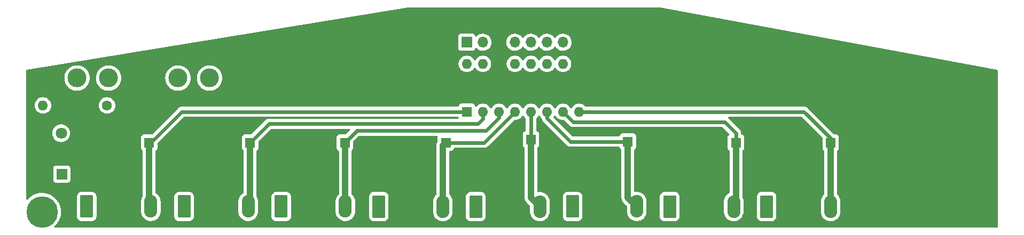
<source format=gtl>
%TF.GenerationSoftware,KiCad,Pcbnew,(6.0.7)*%
%TF.CreationDate,2023-01-05T15:51:31-03:00*%
%TF.ProjectId,EMAC2.0_ext_PCB,454d4143-322e-4305-9f65-78745f504342,rev?*%
%TF.SameCoordinates,Original*%
%TF.FileFunction,Copper,L1,Top*%
%TF.FilePolarity,Positive*%
%FSLAX46Y46*%
G04 Gerber Fmt 4.6, Leading zero omitted, Abs format (unit mm)*
G04 Created by KiCad (PCBNEW (6.0.7)) date 2023-01-05 15:51:31*
%MOMM*%
%LPD*%
G01*
G04 APERTURE LIST*
G04 Aperture macros list*
%AMRoundRect*
0 Rectangle with rounded corners*
0 $1 Rounding radius*
0 $2 $3 $4 $5 $6 $7 $8 $9 X,Y pos of 4 corners*
0 Add a 4 corners polygon primitive as box body*
4,1,4,$2,$3,$4,$5,$6,$7,$8,$9,$2,$3,0*
0 Add four circle primitives for the rounded corners*
1,1,$1+$1,$2,$3*
1,1,$1+$1,$4,$5*
1,1,$1+$1,$6,$7*
1,1,$1+$1,$8,$9*
0 Add four rect primitives between the rounded corners*
20,1,$1+$1,$2,$3,$4,$5,0*
20,1,$1+$1,$4,$5,$6,$7,0*
20,1,$1+$1,$6,$7,$8,$9,0*
20,1,$1+$1,$8,$9,$2,$3,0*%
G04 Aperture macros list end*
%TA.AperFunction,ComponentPad*%
%ADD10R,1.600000X1.600000*%
%TD*%
%TA.AperFunction,ComponentPad*%
%ADD11C,1.600000*%
%TD*%
%TA.AperFunction,ComponentPad*%
%ADD12R,1.800000X1.800000*%
%TD*%
%TA.AperFunction,ComponentPad*%
%ADD13C,1.800000*%
%TD*%
%TA.AperFunction,ComponentPad*%
%ADD14O,1.600000X1.600000*%
%TD*%
%TA.AperFunction,ComponentPad*%
%ADD15RoundRect,0.249999X-0.790001X-1.550001X0.790001X-1.550001X0.790001X1.550001X-0.790001X1.550001X0*%
%TD*%
%TA.AperFunction,ComponentPad*%
%ADD16O,2.080000X3.600000*%
%TD*%
%TA.AperFunction,ComponentPad*%
%ADD17C,3.000000*%
%TD*%
%TA.AperFunction,ComponentPad*%
%ADD18R,1.700000X1.700000*%
%TD*%
%TA.AperFunction,ComponentPad*%
%ADD19O,1.700000X1.700000*%
%TD*%
%TA.AperFunction,ViaPad*%
%ADD20C,5.000000*%
%TD*%
%TA.AperFunction,Conductor*%
%ADD21C,0.600000*%
%TD*%
%TA.AperFunction,Conductor*%
%ADD22C,1.000000*%
%TD*%
G04 APERTURE END LIST*
D10*
%TO.P,C1,1*%
%TO.N,CH0*%
X74000000Y-117000000D03*
D11*
%TO.P,C1,2*%
%TO.N,GNDREF*%
X71500000Y-117000000D03*
%TD*%
D10*
%TO.P,C2,1*%
%TO.N,CH1*%
X90000000Y-117000000D03*
D11*
%TO.P,C2,2*%
%TO.N,GNDREF*%
X87500000Y-117000000D03*
%TD*%
D10*
%TO.P,C3,1*%
%TO.N,CH2*%
X105000000Y-117000000D03*
D11*
%TO.P,C3,2*%
%TO.N,GNDREF*%
X102500000Y-117000000D03*
%TD*%
D10*
%TO.P,C4,1*%
%TO.N,CH3*%
X121000000Y-117000000D03*
D11*
%TO.P,C4,2*%
%TO.N,GNDREF*%
X118500000Y-117000000D03*
%TD*%
D10*
%TO.P,C5,1*%
%TO.N,CH4*%
X134500000Y-116500000D03*
D11*
%TO.P,C5,2*%
%TO.N,GNDREF*%
X137000000Y-116500000D03*
%TD*%
D10*
%TO.P,C6,1*%
%TO.N,CH5*%
X149860000Y-116840000D03*
D11*
%TO.P,C6,2*%
%TO.N,GNDREF*%
X152360000Y-116840000D03*
%TD*%
D10*
%TO.P,C7,1*%
%TO.N,CH6*%
X167000000Y-117000000D03*
D11*
%TO.P,C7,2*%
%TO.N,GNDREF*%
X164500000Y-117000000D03*
%TD*%
D10*
%TO.P,C8,1*%
%TO.N,CH7_Analog*%
X182000000Y-117000000D03*
D11*
%TO.P,C8,2*%
%TO.N,GNDREF*%
X184500000Y-117000000D03*
%TD*%
D12*
%TO.P,D3,1,K*%
%TO.N,GNDREF*%
X57500000Y-115500000D03*
D13*
%TO.P,D3,2,A*%
%TO.N,Net-(D3-Pad2)*%
X60040000Y-115500000D03*
%TD*%
D11*
%TO.P,R7,1*%
%TO.N,POWER_SENSORS*%
X67310000Y-111090000D03*
D14*
%TO.P,R7,2*%
%TO.N,Net-(D3-Pad2)*%
X57150000Y-111090000D03*
%TD*%
D15*
%TO.P,J1,1,Pin_1*%
%TO.N,POWER_SENSORS*%
X64085800Y-127148100D03*
D16*
%TO.P,J1,2,Pin_2*%
%TO.N,GNDREF*%
X69165800Y-127148100D03*
%TO.P,J1,3,Pin_3*%
%TO.N,CH0*%
X74245800Y-127148100D03*
%TD*%
D15*
%TO.P,J2,1,Pin_1*%
%TO.N,POWER_SENSORS*%
X79518000Y-127148100D03*
D16*
%TO.P,J2,2,Pin_2*%
%TO.N,GNDREF*%
X84598000Y-127148100D03*
%TO.P,J2,3,Pin_3*%
%TO.N,CH1*%
X89678000Y-127148100D03*
%TD*%
D15*
%TO.P,J3,1,Pin_1*%
%TO.N,POWER_SENSORS*%
X94920000Y-127148100D03*
D16*
%TO.P,J3,2,Pin_2*%
%TO.N,GNDREF*%
X100000000Y-127148100D03*
%TO.P,J3,3,Pin_3*%
%TO.N,CH2*%
X105080000Y-127148100D03*
%TD*%
D15*
%TO.P,J4,1,Pin_1*%
%TO.N,POWER_SENSORS*%
X110379000Y-127159000D03*
D16*
%TO.P,J4,2,Pin_2*%
%TO.N,GNDREF*%
X115459000Y-127159000D03*
%TO.P,J4,3,Pin_3*%
%TO.N,CH3*%
X120539000Y-127159000D03*
%TD*%
D15*
%TO.P,J5,1,Pin_1*%
%TO.N,POWER_SENSORS*%
X125746000Y-127159000D03*
D16*
%TO.P,J5,2,Pin_2*%
%TO.N,GNDREF*%
X130826000Y-127159000D03*
%TO.P,J5,3,Pin_3*%
%TO.N,CH4*%
X135906000Y-127159000D03*
%TD*%
D15*
%TO.P,J6,1,Pin_1*%
%TO.N,POWER_SENSORS*%
X141113000Y-127146000D03*
D16*
%TO.P,J6,2,Pin_2*%
%TO.N,GNDREF*%
X146193000Y-127146000D03*
%TO.P,J6,3,Pin_3*%
%TO.N,CH5*%
X151273000Y-127146000D03*
%TD*%
D15*
%TO.P,J7,1,Pin_1*%
%TO.N,POWER_SENSORS*%
X156480000Y-127159000D03*
D16*
%TO.P,J7,2,Pin_2*%
%TO.N,GNDREF*%
X161560000Y-127159000D03*
%TO.P,J7,3,Pin_3*%
%TO.N,CH6*%
X166640000Y-127159000D03*
%TD*%
D15*
%TO.P,J8,1,Pin_1*%
%TO.N,POWER_SENSORS*%
X171847000Y-127159000D03*
D16*
%TO.P,J8,2,Pin_2*%
%TO.N,GNDREF*%
X176927000Y-127159000D03*
%TO.P,J8,3,Pin_3*%
%TO.N,CH7_Analog*%
X182007000Y-127159000D03*
%TD*%
D17*
%TO.P,F1,1*%
%TO.N,POWER_SENSORS*%
X78560000Y-106740000D03*
X83560000Y-106740000D03*
%TO.P,F1,2*%
%TO.N,Net-(JCapa2-Pad1)*%
X67560000Y-106740000D03*
X62560000Y-106740000D03*
%TD*%
D18*
%TO.P,JSPI2,1,Pin_1*%
%TO.N,POWER_ADC*%
X124325000Y-101050000D03*
D19*
%TO.P,JSPI2,2,Pin_2*%
%TO.N,Vref_ADC*%
X126865000Y-101050000D03*
%TO.P,JSPI2,3,Pin_3*%
%TO.N,GNDREF*%
X129405000Y-101050000D03*
%TO.P,JSPI2,4,Pin_4*%
%TO.N,ADC_CLK*%
X131945000Y-101050000D03*
%TO.P,JSPI2,5,Pin_5*%
%TO.N,ADC_DI*%
X134485000Y-101050000D03*
%TO.P,JSPI2,6,Pin_6*%
%TO.N,ADC_DO*%
X137025000Y-101050000D03*
%TO.P,JSPI2,7,Pin_7*%
%TO.N,SPI2_CS*%
X139565000Y-101050000D03*
%TO.P,JSPI2,8,Pin_8*%
%TO.N,GNDREF*%
X142105000Y-101050000D03*
%TD*%
D18*
%TO.P,JCapa2,1,Pin_1*%
%TO.N,Net-(JCapa2-Pad1)*%
X60130000Y-122000000D03*
D19*
%TO.P,JCapa2,2,Pin_2*%
%TO.N,GNDREF*%
X57590000Y-122000000D03*
%TD*%
D10*
%TO.P,U6,1,CH0*%
%TO.N,CH0*%
X124340000Y-112110000D03*
D14*
%TO.P,U6,2,CH1*%
%TO.N,CH1*%
X126880000Y-112110000D03*
%TO.P,U6,3,CH2*%
%TO.N,CH2*%
X129420000Y-112110000D03*
%TO.P,U6,4,CH3*%
%TO.N,CH3*%
X131960000Y-112110000D03*
%TO.P,U6,5,CH4*%
%TO.N,CH4*%
X134500000Y-112110000D03*
%TO.P,U6,6,CH5*%
%TO.N,CH5*%
X137040000Y-112110000D03*
%TO.P,U6,7,CH6*%
%TO.N,CH6*%
X139580000Y-112110000D03*
%TO.P,U6,8,CH7*%
%TO.N,CH7_Analog*%
X142120000Y-112110000D03*
%TO.P,U6,9,DGND*%
%TO.N,GNDREF*%
X142120000Y-104490000D03*
%TO.P,U6,10,~{CS}/SHDN*%
%TO.N,SPI2_CS*%
X139580000Y-104490000D03*
%TO.P,U6,11,Din*%
%TO.N,ADC_DO*%
X137040000Y-104490000D03*
%TO.P,U6,12,Dout*%
%TO.N,ADC_DI*%
X134500000Y-104490000D03*
%TO.P,U6,13,CLK*%
%TO.N,ADC_CLK*%
X131960000Y-104490000D03*
%TO.P,U6,14,AGND*%
%TO.N,GNDREF*%
X129420000Y-104490000D03*
%TO.P,U6,15,Vref*%
%TO.N,Vref_ADC*%
X126880000Y-104490000D03*
%TO.P,U6,16,Vdd*%
%TO.N,POWER_ADC*%
X124340000Y-104490000D03*
%TD*%
D20*
%TO.N,*%
X57000000Y-128000000D03*
%TO.N,GNDREF*%
X206000000Y-128000000D03*
%TD*%
D21*
%TO.N,GNDREF*%
X142105000Y-104475000D02*
X142120000Y-104490000D01*
X142120000Y-104490000D02*
X140329511Y-102699511D01*
X71300489Y-117199511D02*
X59199511Y-117199511D01*
X164500000Y-117000000D02*
X164500000Y-124219000D01*
X118500000Y-124118000D02*
X115459000Y-127159000D01*
X129420000Y-101065000D02*
X129405000Y-101050000D01*
X71500000Y-117000000D02*
X71300489Y-117199511D01*
X130880489Y-102699511D02*
X129420000Y-104160000D01*
X129420000Y-104160000D02*
X129420000Y-104490000D01*
X131054511Y-102699511D02*
X130880489Y-102699511D01*
X118500000Y-117000000D02*
X118500000Y-124118000D01*
X142105000Y-101050000D02*
X142105000Y-104475000D01*
X184500000Y-128027474D02*
X182768954Y-129758520D01*
X140329511Y-102699511D02*
X130880489Y-102699511D01*
X69165800Y-127148100D02*
X69165800Y-119334200D01*
X161560000Y-126040000D02*
X161560000Y-127159000D01*
X87500000Y-124246100D02*
X84598000Y-127148100D01*
X164500000Y-124219000D02*
X161560000Y-127159000D01*
X137000000Y-116500000D02*
X137000000Y-117953000D01*
X59199511Y-117199511D02*
X57500000Y-115500000D01*
X140455489Y-102699511D02*
X131054511Y-102699511D01*
X179526520Y-129758520D02*
X176927000Y-127159000D01*
X102500000Y-124648100D02*
X100000000Y-127148100D01*
X152360000Y-116840000D02*
X161560000Y-126040000D01*
X182768954Y-129758520D02*
X179526520Y-129758520D01*
X102500000Y-117000000D02*
X102500000Y-124648100D01*
X69165800Y-119334200D02*
X71500000Y-117000000D01*
X131054511Y-102699511D02*
X129405000Y-101050000D01*
X137000000Y-117953000D02*
X146193000Y-127146000D01*
X142105000Y-101050000D02*
X140455489Y-102699511D01*
X184500000Y-117000000D02*
X184500000Y-128027474D01*
X129420000Y-104490000D02*
X129420000Y-101065000D01*
X87500000Y-117000000D02*
X87500000Y-124246100D01*
%TO.N,CH0*%
X74000000Y-126902300D02*
X74245800Y-127148100D01*
X79150000Y-112110000D02*
X74260000Y-117000000D01*
X124340000Y-112110000D02*
X79150000Y-112110000D01*
X74260000Y-117000000D02*
X74000000Y-117000000D01*
D22*
X74000000Y-117000000D02*
X74000000Y-126902300D01*
D21*
%TO.N,CH1*%
X90000000Y-117000000D02*
X93000000Y-114000000D01*
X126121370Y-114000000D02*
X123020000Y-114000000D01*
X126880000Y-112110000D02*
X126880000Y-113241370D01*
D22*
X90000000Y-117000000D02*
X90000000Y-126826100D01*
D21*
X90000000Y-126826100D02*
X89678000Y-127148100D01*
X126880000Y-113241370D02*
X126121370Y-114000000D01*
X125701370Y-114000000D02*
X93000000Y-114000000D01*
%TO.N,CH2*%
X129420000Y-113050000D02*
X127370480Y-115099520D01*
X105080000Y-121420000D02*
X105080000Y-127148100D01*
X127370480Y-115099520D02*
X113599520Y-115099520D01*
X129420000Y-111836326D02*
X129420000Y-111690000D01*
X129420000Y-112110000D02*
X129420000Y-113050000D01*
X113599520Y-115099520D02*
X106900480Y-115099520D01*
D22*
X105080000Y-127148100D02*
X105080000Y-117080000D01*
D21*
X111400480Y-115099520D02*
X113599520Y-115099520D01*
X105080000Y-117080000D02*
X105000000Y-117000000D01*
X106900480Y-115099520D02*
X105000000Y-117000000D01*
%TO.N,CH3*%
X121000000Y-117000000D02*
X127070000Y-117000000D01*
X127070000Y-117000000D02*
X131960000Y-112110000D01*
X120539000Y-117461000D02*
X121000000Y-117000000D01*
D22*
X120539000Y-127159000D02*
X120539000Y-117461000D01*
%TO.N,CH4*%
X134500000Y-125753000D02*
X135906000Y-127159000D01*
D21*
X134500000Y-116500000D02*
X134500000Y-112110000D01*
D22*
X134500000Y-116500000D02*
X134500000Y-125753000D01*
D21*
%TO.N,CH5*%
X137040000Y-112110000D02*
X137040000Y-113110000D01*
D22*
X149860000Y-116840000D02*
X149860000Y-125733000D01*
D21*
X137040000Y-113110000D02*
X140770000Y-116840000D01*
X140770000Y-116840000D02*
X149860000Y-116840000D01*
D22*
X149860000Y-125733000D02*
X151273000Y-127146000D01*
D21*
%TO.N,CH6*%
X165209511Y-113709511D02*
X166345000Y-114845000D01*
X167000000Y-117000000D02*
X167000000Y-115500000D01*
D22*
X167000000Y-117000000D02*
X167000000Y-126799000D01*
D21*
X141179511Y-113709511D02*
X165209511Y-113709511D01*
X167000000Y-126799000D02*
X166640000Y-127159000D01*
X139580000Y-112110000D02*
X141179511Y-113709511D01*
X167000000Y-115500000D02*
X166345000Y-114845000D01*
D22*
%TO.N,CH7_Analog*%
X182000000Y-117000000D02*
X182000000Y-127152000D01*
D21*
X177800000Y-112110000D02*
X182000000Y-116310000D01*
X142120000Y-112110000D02*
X177800000Y-112110000D01*
X182000000Y-116310000D02*
X182000000Y-117000000D01*
X182000000Y-127152000D02*
X182007000Y-127159000D01*
%TD*%
%TA.AperFunction,Conductor*%
%TO.N,GNDREF*%
G36*
X154964685Y-95510606D02*
G01*
X208388444Y-105403895D01*
X208451783Y-105435966D01*
X208487728Y-105497191D01*
X208491500Y-105527788D01*
X208491500Y-130365500D01*
X208471498Y-130433621D01*
X208417842Y-130480114D01*
X208365500Y-130491500D01*
X59061044Y-130491500D01*
X58992923Y-130471498D01*
X58946430Y-130417842D01*
X58936326Y-130347568D01*
X58965820Y-130282988D01*
X58974311Y-130274103D01*
X59194180Y-130065454D01*
X59196819Y-130062950D01*
X59419370Y-129796783D01*
X59609853Y-129506799D01*
X59702875Y-129321846D01*
X59764117Y-129200080D01*
X59764120Y-129200072D01*
X59765744Y-129196844D01*
X59770522Y-129183787D01*
X59883729Y-128874437D01*
X59883730Y-128874433D01*
X59884977Y-128871026D01*
X59885822Y-128867504D01*
X59885825Y-128867496D01*
X59965124Y-128537191D01*
X59965125Y-128537187D01*
X59965971Y-128533662D01*
X59966408Y-128530052D01*
X60007316Y-128192004D01*
X60007316Y-128191997D01*
X60007652Y-128189225D01*
X60008339Y-128167382D01*
X60013511Y-128002797D01*
X60013599Y-128000000D01*
X60012394Y-127979099D01*
X59993836Y-127657246D01*
X59993835Y-127657241D01*
X59993627Y-127653626D01*
X59933976Y-127311842D01*
X59835437Y-126979180D01*
X59699316Y-126660048D01*
X59558717Y-126413550D01*
X59529208Y-126361816D01*
X59527417Y-126358676D01*
X59511041Y-126336382D01*
X59427331Y-126222426D01*
X59322018Y-126079060D01*
X59267106Y-126019967D01*
X59147235Y-125890971D01*
X59085842Y-125824904D01*
X58822019Y-125599578D01*
X58744815Y-125547699D01*
X62537300Y-125547699D01*
X62537301Y-128748500D01*
X62548274Y-128854267D01*
X62555003Y-128874437D01*
X62601530Y-129013892D01*
X62604250Y-129022046D01*
X62697321Y-129172449D01*
X62702503Y-129177622D01*
X62705461Y-129180575D01*
X62822497Y-129297406D01*
X62844463Y-129310946D01*
X62963425Y-129384275D01*
X62973061Y-129390215D01*
X63005924Y-129401115D01*
X63134410Y-129443732D01*
X63134412Y-129443732D01*
X63140938Y-129445897D01*
X63147774Y-129446597D01*
X63147777Y-129446598D01*
X63190830Y-129451009D01*
X63245399Y-129456600D01*
X64079319Y-129456600D01*
X64926200Y-129456599D01*
X65031967Y-129445626D01*
X65083087Y-129428571D01*
X65192802Y-129391967D01*
X65192804Y-129391966D01*
X65199746Y-129389650D01*
X65350149Y-129296579D01*
X65475106Y-129171403D01*
X65567915Y-129020839D01*
X65617378Y-128871713D01*
X65621432Y-128859490D01*
X65621432Y-128859488D01*
X65623597Y-128852962D01*
X65624380Y-128845325D01*
X65632850Y-128762653D01*
X65634300Y-128748501D01*
X65634299Y-125547700D01*
X65623326Y-125441933D01*
X65595817Y-125359480D01*
X65569667Y-125281098D01*
X65569666Y-125281096D01*
X65567350Y-125274154D01*
X65474279Y-125123751D01*
X65460818Y-125110313D01*
X65365203Y-125014866D01*
X65349103Y-124998794D01*
X65213380Y-124915133D01*
X65204769Y-124909825D01*
X65204767Y-124909824D01*
X65198539Y-124905985D01*
X65089664Y-124869873D01*
X65037190Y-124852468D01*
X65037188Y-124852468D01*
X65030662Y-124850303D01*
X65023826Y-124849603D01*
X65023823Y-124849602D01*
X64973849Y-124844482D01*
X64926201Y-124839600D01*
X64092281Y-124839600D01*
X63245400Y-124839601D01*
X63139633Y-124850574D01*
X63133086Y-124852758D01*
X63133087Y-124852758D01*
X62978798Y-124904233D01*
X62978796Y-124904234D01*
X62971854Y-124906550D01*
X62821451Y-124999621D01*
X62696494Y-125124797D01*
X62692654Y-125131027D01*
X62608820Y-125267031D01*
X62603685Y-125275361D01*
X62580554Y-125345098D01*
X62551304Y-125433287D01*
X62548003Y-125443238D01*
X62547303Y-125450074D01*
X62547302Y-125450077D01*
X62544987Y-125472675D01*
X62537300Y-125547699D01*
X58744815Y-125547699D01*
X58534047Y-125406069D01*
X58437037Y-125355998D01*
X58287852Y-125278998D01*
X58225741Y-125246940D01*
X57901189Y-125124302D01*
X57897668Y-125123418D01*
X57897663Y-125123416D01*
X57711808Y-125076733D01*
X57564692Y-125039780D01*
X57542476Y-125036855D01*
X57224315Y-124994968D01*
X57224307Y-124994967D01*
X57220711Y-124994494D01*
X57076045Y-124992221D01*
X56877446Y-124989101D01*
X56877442Y-124989101D01*
X56873804Y-124989044D01*
X56870190Y-124989405D01*
X56870184Y-124989405D01*
X56666917Y-125009694D01*
X56528569Y-125023503D01*
X56290465Y-125075418D01*
X56284435Y-125076733D01*
X56189583Y-125097414D01*
X56186156Y-125098587D01*
X56186150Y-125098589D01*
X55899350Y-125196783D01*
X55861339Y-125209797D01*
X55548188Y-125359163D01*
X55254279Y-125543532D01*
X55251443Y-125545804D01*
X55251436Y-125545809D01*
X55023372Y-125728523D01*
X54983509Y-125760459D01*
X54917840Y-125826819D01*
X54744731Y-126001751D01*
X54739466Y-126007071D01*
X54737231Y-126009922D01*
X54737227Y-126009926D01*
X54733652Y-126014486D01*
X54675878Y-126055749D01*
X54604967Y-126059227D01*
X54543432Y-126023815D01*
X54510811Y-125960757D01*
X54508500Y-125936737D01*
X54508500Y-122898134D01*
X58771500Y-122898134D01*
X58778255Y-122960316D01*
X58829385Y-123096705D01*
X58916739Y-123213261D01*
X59033295Y-123300615D01*
X59169684Y-123351745D01*
X59231866Y-123358500D01*
X61028134Y-123358500D01*
X61090316Y-123351745D01*
X61226705Y-123300615D01*
X61343261Y-123213261D01*
X61430615Y-123096705D01*
X61481745Y-122960316D01*
X61488500Y-122898134D01*
X61488500Y-121101866D01*
X61481745Y-121039684D01*
X61430615Y-120903295D01*
X61343261Y-120786739D01*
X61226705Y-120699385D01*
X61090316Y-120648255D01*
X61028134Y-120641500D01*
X59231866Y-120641500D01*
X59169684Y-120648255D01*
X59033295Y-120699385D01*
X58916739Y-120786739D01*
X58829385Y-120903295D01*
X58778255Y-121039684D01*
X58771500Y-121101866D01*
X58771500Y-122898134D01*
X54508500Y-122898134D01*
X54508500Y-117848134D01*
X72691500Y-117848134D01*
X72698255Y-117910316D01*
X72749385Y-118046705D01*
X72836739Y-118163261D01*
X72843918Y-118168641D01*
X72843919Y-118168642D01*
X72941065Y-118241449D01*
X72983580Y-118298308D01*
X72991500Y-118342275D01*
X72991500Y-125436459D01*
X72971498Y-125504580D01*
X72965597Y-125512988D01*
X72939948Y-125546536D01*
X72822196Y-125766143D01*
X72820550Y-125770924D01*
X72820548Y-125770928D01*
X72765492Y-125930821D01*
X72741069Y-126001751D01*
X72737923Y-126019967D01*
X72703154Y-126221260D01*
X72698656Y-126247299D01*
X72698476Y-126251260D01*
X72698476Y-126251261D01*
X72698339Y-126254289D01*
X72697300Y-126277159D01*
X72697300Y-127970718D01*
X72697502Y-127973226D01*
X72697502Y-127973231D01*
X72704149Y-128055839D01*
X72712246Y-128156482D01*
X72713451Y-128161390D01*
X72713452Y-128161393D01*
X72747310Y-128299238D01*
X72771685Y-128398473D01*
X72773660Y-128403125D01*
X72773661Y-128403129D01*
X72866182Y-128621093D01*
X72869049Y-128627848D01*
X73001833Y-128838706D01*
X73166622Y-129025622D01*
X73359175Y-129183787D01*
X73574538Y-129309131D01*
X73607662Y-129321846D01*
X73802443Y-129396616D01*
X73802446Y-129396617D01*
X73807172Y-129398431D01*
X74051090Y-129449388D01*
X74056139Y-129449617D01*
X74056145Y-129449618D01*
X74166569Y-129454632D01*
X74300018Y-129460692D01*
X74305038Y-129460111D01*
X74305042Y-129460111D01*
X74421826Y-129446598D01*
X74547550Y-129432051D01*
X74552424Y-129430672D01*
X74552428Y-129430671D01*
X74782451Y-129365581D01*
X74782453Y-129365580D01*
X74787320Y-129364203D01*
X74791895Y-129362069D01*
X74791902Y-129362067D01*
X75008576Y-129261029D01*
X75013157Y-129258893D01*
X75017337Y-129256052D01*
X75017341Y-129256050D01*
X75215064Y-129121678D01*
X75215065Y-129121677D01*
X75219253Y-129118831D01*
X75225150Y-129113255D01*
X75396624Y-128951100D01*
X75400304Y-128947620D01*
X75403383Y-128943593D01*
X75548579Y-128753684D01*
X75548582Y-128753680D01*
X75551652Y-128749664D01*
X75669404Y-128530057D01*
X75714713Y-128398473D01*
X75748882Y-128299238D01*
X75750531Y-128294449D01*
X75773350Y-128162341D01*
X75792269Y-128052811D01*
X75792270Y-128052805D01*
X75792944Y-128048901D01*
X75793805Y-128029941D01*
X75794236Y-128020460D01*
X75794236Y-128020441D01*
X75794300Y-128019041D01*
X75794300Y-126325482D01*
X75791751Y-126293796D01*
X75779760Y-126144759D01*
X75779759Y-126144754D01*
X75779354Y-126139718D01*
X75778108Y-126134643D01*
X75721122Y-125902641D01*
X75719915Y-125897727D01*
X75717048Y-125890971D01*
X75624527Y-125673007D01*
X75624527Y-125673006D01*
X75622551Y-125668352D01*
X75546572Y-125547699D01*
X77969500Y-125547699D01*
X77969501Y-128748500D01*
X77980474Y-128854267D01*
X77987203Y-128874437D01*
X78033730Y-129013892D01*
X78036450Y-129022046D01*
X78129521Y-129172449D01*
X78134703Y-129177622D01*
X78137661Y-129180575D01*
X78254697Y-129297406D01*
X78276663Y-129310946D01*
X78395625Y-129384275D01*
X78405261Y-129390215D01*
X78438124Y-129401115D01*
X78566610Y-129443732D01*
X78566612Y-129443732D01*
X78573138Y-129445897D01*
X78579974Y-129446597D01*
X78579977Y-129446598D01*
X78623030Y-129451009D01*
X78677599Y-129456600D01*
X79511519Y-129456600D01*
X80358400Y-129456599D01*
X80464167Y-129445626D01*
X80515287Y-129428571D01*
X80625002Y-129391967D01*
X80625004Y-129391966D01*
X80631946Y-129389650D01*
X80782349Y-129296579D01*
X80907306Y-129171403D01*
X81000115Y-129020839D01*
X81049578Y-128871713D01*
X81053632Y-128859490D01*
X81053632Y-128859488D01*
X81055797Y-128852962D01*
X81056580Y-128845325D01*
X81065050Y-128762653D01*
X81066500Y-128748501D01*
X81066499Y-125547700D01*
X81055526Y-125441933D01*
X81028017Y-125359480D01*
X81001867Y-125281098D01*
X81001866Y-125281096D01*
X80999550Y-125274154D01*
X80906479Y-125123751D01*
X80893018Y-125110313D01*
X80797403Y-125014866D01*
X80781303Y-124998794D01*
X80645580Y-124915133D01*
X80636969Y-124909825D01*
X80636967Y-124909824D01*
X80630739Y-124905985D01*
X80521864Y-124869873D01*
X80469390Y-124852468D01*
X80469388Y-124852468D01*
X80462862Y-124850303D01*
X80456026Y-124849603D01*
X80456023Y-124849602D01*
X80406049Y-124844482D01*
X80358401Y-124839600D01*
X79524481Y-124839600D01*
X78677600Y-124839601D01*
X78571833Y-124850574D01*
X78565286Y-124852758D01*
X78565287Y-124852758D01*
X78410998Y-124904233D01*
X78410996Y-124904234D01*
X78404054Y-124906550D01*
X78253651Y-124999621D01*
X78128694Y-125124797D01*
X78124854Y-125131027D01*
X78041020Y-125267031D01*
X78035885Y-125275361D01*
X78012754Y-125345098D01*
X77983504Y-125433287D01*
X77980203Y-125443238D01*
X77979503Y-125450074D01*
X77979502Y-125450077D01*
X77977187Y-125472675D01*
X77969500Y-125547699D01*
X75546572Y-125547699D01*
X75489767Y-125457494D01*
X75324978Y-125270578D01*
X75132425Y-125112413D01*
X75071119Y-125076732D01*
X75022306Y-125025180D01*
X75008500Y-124967834D01*
X75008500Y-118342275D01*
X75028502Y-118274154D01*
X75058935Y-118241449D01*
X75156081Y-118168642D01*
X75156082Y-118168641D01*
X75163261Y-118163261D01*
X75250615Y-118046705D01*
X75301745Y-117910316D01*
X75308500Y-117848134D01*
X75308500Y-117147082D01*
X75328502Y-117078961D01*
X75345405Y-117057987D01*
X79447987Y-112955405D01*
X79510299Y-112921379D01*
X79537082Y-112918500D01*
X122915507Y-112918500D01*
X122983628Y-112938502D01*
X123030121Y-112992158D01*
X123037543Y-113013763D01*
X123038255Y-113020316D01*
X123041028Y-113027714D01*
X123042856Y-113035401D01*
X123039695Y-113036152D01*
X123043805Y-113092037D01*
X123009905Y-113154417D01*
X122947661Y-113188567D01*
X122920631Y-113191500D01*
X93009260Y-113191500D01*
X93007941Y-113191493D01*
X92917779Y-113190549D01*
X92910893Y-113192038D01*
X92910891Y-113192038D01*
X92901563Y-113194055D01*
X92875403Y-113199711D01*
X92862837Y-113201769D01*
X92819745Y-113206603D01*
X92813094Y-113208919D01*
X92813090Y-113208920D01*
X92788070Y-113217633D01*
X92773257Y-113221796D01*
X92740490Y-113228881D01*
X92701189Y-113247207D01*
X92689406Y-113251992D01*
X92648448Y-113266255D01*
X92642471Y-113269990D01*
X92620016Y-113284021D01*
X92606499Y-113291360D01*
X92582481Y-113302560D01*
X92582477Y-113302562D01*
X92576098Y-113305537D01*
X92570534Y-113309853D01*
X92570532Y-113309854D01*
X92541840Y-113332109D01*
X92531385Y-113339403D01*
X92494624Y-113362374D01*
X92489627Y-113367336D01*
X92489626Y-113367337D01*
X92465821Y-113390976D01*
X92465196Y-113391561D01*
X92464530Y-113392078D01*
X92438540Y-113418068D01*
X92365918Y-113490185D01*
X92365260Y-113491222D01*
X92364157Y-113492451D01*
X90202013Y-115654595D01*
X90139701Y-115688621D01*
X90112918Y-115691500D01*
X89151866Y-115691500D01*
X89089684Y-115698255D01*
X88953295Y-115749385D01*
X88836739Y-115836739D01*
X88749385Y-115953295D01*
X88698255Y-116089684D01*
X88691500Y-116151866D01*
X88691500Y-117848134D01*
X88698255Y-117910316D01*
X88749385Y-118046705D01*
X88836739Y-118163261D01*
X88843918Y-118168641D01*
X88843919Y-118168642D01*
X88941065Y-118241449D01*
X88983580Y-118298308D01*
X88991500Y-118342275D01*
X88991500Y-124919332D01*
X88971498Y-124987453D01*
X88918747Y-125033528D01*
X88910643Y-125037307D01*
X88906463Y-125040148D01*
X88906459Y-125040150D01*
X88708736Y-125174522D01*
X88704547Y-125177369D01*
X88700872Y-125180844D01*
X88700871Y-125180845D01*
X88589397Y-125286261D01*
X88523496Y-125348580D01*
X88520418Y-125352606D01*
X88520417Y-125352607D01*
X88375221Y-125542516D01*
X88375219Y-125542519D01*
X88372148Y-125546536D01*
X88369758Y-125550994D01*
X88369757Y-125550995D01*
X88301668Y-125677981D01*
X88254396Y-125766143D01*
X88252750Y-125770924D01*
X88252748Y-125770928D01*
X88197692Y-125930821D01*
X88173269Y-126001751D01*
X88170123Y-126019967D01*
X88135354Y-126221260D01*
X88130856Y-126247299D01*
X88130676Y-126251260D01*
X88130676Y-126251261D01*
X88130539Y-126254289D01*
X88129500Y-126277159D01*
X88129500Y-127970718D01*
X88129702Y-127973226D01*
X88129702Y-127973231D01*
X88136349Y-128055839D01*
X88144446Y-128156482D01*
X88145651Y-128161390D01*
X88145652Y-128161393D01*
X88179510Y-128299238D01*
X88203885Y-128398473D01*
X88205860Y-128403125D01*
X88205861Y-128403129D01*
X88298382Y-128621093D01*
X88301249Y-128627848D01*
X88434033Y-128838706D01*
X88598822Y-129025622D01*
X88791375Y-129183787D01*
X89006738Y-129309131D01*
X89039862Y-129321846D01*
X89234643Y-129396616D01*
X89234646Y-129396617D01*
X89239372Y-129398431D01*
X89483290Y-129449388D01*
X89488339Y-129449617D01*
X89488345Y-129449618D01*
X89598769Y-129454632D01*
X89732218Y-129460692D01*
X89737238Y-129460111D01*
X89737242Y-129460111D01*
X89854026Y-129446598D01*
X89979750Y-129432051D01*
X89984624Y-129430672D01*
X89984628Y-129430671D01*
X90214651Y-129365581D01*
X90214653Y-129365580D01*
X90219520Y-129364203D01*
X90224095Y-129362069D01*
X90224102Y-129362067D01*
X90440776Y-129261029D01*
X90445357Y-129258893D01*
X90449537Y-129256052D01*
X90449541Y-129256050D01*
X90647264Y-129121678D01*
X90647265Y-129121677D01*
X90651453Y-129118831D01*
X90657350Y-129113255D01*
X90828824Y-128951100D01*
X90832504Y-128947620D01*
X90835583Y-128943593D01*
X90980779Y-128753684D01*
X90980782Y-128753680D01*
X90983852Y-128749664D01*
X91101604Y-128530057D01*
X91146913Y-128398473D01*
X91181082Y-128299238D01*
X91182731Y-128294449D01*
X91205550Y-128162341D01*
X91224469Y-128052811D01*
X91224470Y-128052805D01*
X91225144Y-128048901D01*
X91226005Y-128029941D01*
X91226436Y-128020460D01*
X91226436Y-128020441D01*
X91226500Y-128019041D01*
X91226500Y-126325482D01*
X91223951Y-126293796D01*
X91211960Y-126144759D01*
X91211959Y-126144754D01*
X91211554Y-126139718D01*
X91210308Y-126134643D01*
X91153322Y-125902641D01*
X91152115Y-125897727D01*
X91149248Y-125890971D01*
X91056728Y-125673009D01*
X91056727Y-125673007D01*
X91054751Y-125668352D01*
X91052058Y-125664076D01*
X91052051Y-125664062D01*
X91027880Y-125625680D01*
X91008500Y-125558538D01*
X91008500Y-125547699D01*
X93371500Y-125547699D01*
X93371501Y-128748500D01*
X93382474Y-128854267D01*
X93389203Y-128874437D01*
X93435730Y-129013892D01*
X93438450Y-129022046D01*
X93531521Y-129172449D01*
X93536703Y-129177622D01*
X93539661Y-129180575D01*
X93656697Y-129297406D01*
X93678663Y-129310946D01*
X93797625Y-129384275D01*
X93807261Y-129390215D01*
X93840124Y-129401115D01*
X93968610Y-129443732D01*
X93968612Y-129443732D01*
X93975138Y-129445897D01*
X93981974Y-129446597D01*
X93981977Y-129446598D01*
X94025030Y-129451009D01*
X94079599Y-129456600D01*
X94913519Y-129456600D01*
X95760400Y-129456599D01*
X95866167Y-129445626D01*
X95917287Y-129428571D01*
X96027002Y-129391967D01*
X96027004Y-129391966D01*
X96033946Y-129389650D01*
X96184349Y-129296579D01*
X96309306Y-129171403D01*
X96402115Y-129020839D01*
X96451578Y-128871713D01*
X96455632Y-128859490D01*
X96455632Y-128859488D01*
X96457797Y-128852962D01*
X96458580Y-128845325D01*
X96467050Y-128762653D01*
X96468500Y-128748501D01*
X96468499Y-125547700D01*
X96457526Y-125441933D01*
X96430017Y-125359480D01*
X96403867Y-125281098D01*
X96403866Y-125281096D01*
X96401550Y-125274154D01*
X96308479Y-125123751D01*
X96295018Y-125110313D01*
X96199403Y-125014866D01*
X96183303Y-124998794D01*
X96047580Y-124915133D01*
X96038969Y-124909825D01*
X96038967Y-124909824D01*
X96032739Y-124905985D01*
X95923864Y-124869873D01*
X95871390Y-124852468D01*
X95871388Y-124852468D01*
X95864862Y-124850303D01*
X95858026Y-124849603D01*
X95858023Y-124849602D01*
X95808049Y-124844482D01*
X95760401Y-124839600D01*
X94926481Y-124839600D01*
X94079600Y-124839601D01*
X93973833Y-124850574D01*
X93967286Y-124852758D01*
X93967287Y-124852758D01*
X93812998Y-124904233D01*
X93812996Y-124904234D01*
X93806054Y-124906550D01*
X93655651Y-124999621D01*
X93530694Y-125124797D01*
X93526854Y-125131027D01*
X93443020Y-125267031D01*
X93437885Y-125275361D01*
X93414754Y-125345098D01*
X93385504Y-125433287D01*
X93382203Y-125443238D01*
X93381503Y-125450074D01*
X93381502Y-125450077D01*
X93379187Y-125472675D01*
X93371500Y-125547699D01*
X91008500Y-125547699D01*
X91008500Y-118342275D01*
X91028502Y-118274154D01*
X91058935Y-118241449D01*
X91156081Y-118168642D01*
X91156082Y-118168641D01*
X91163261Y-118163261D01*
X91250615Y-118046705D01*
X91301745Y-117910316D01*
X91308500Y-117848134D01*
X91308500Y-116887082D01*
X91328502Y-116818961D01*
X91345405Y-116797987D01*
X93297986Y-114845405D01*
X93360298Y-114811380D01*
X93387081Y-114808500D01*
X105743918Y-114808500D01*
X105812039Y-114828502D01*
X105858532Y-114882158D01*
X105868636Y-114952432D01*
X105839142Y-115017012D01*
X105833013Y-115023595D01*
X105202013Y-115654595D01*
X105139701Y-115688621D01*
X105112918Y-115691500D01*
X104151866Y-115691500D01*
X104089684Y-115698255D01*
X103953295Y-115749385D01*
X103836739Y-115836739D01*
X103749385Y-115953295D01*
X103698255Y-116089684D01*
X103691500Y-116151866D01*
X103691500Y-117848134D01*
X103698255Y-117910316D01*
X103749385Y-118046705D01*
X103836739Y-118163261D01*
X103843918Y-118168641D01*
X103843919Y-118168642D01*
X103946113Y-118245233D01*
X103946116Y-118245235D01*
X103953295Y-118250615D01*
X103989731Y-118264274D01*
X104046493Y-118306913D01*
X104071194Y-118373475D01*
X104071500Y-118382255D01*
X104071500Y-125156247D01*
X104051498Y-125224368D01*
X104032073Y-125247795D01*
X103985330Y-125291998D01*
X103925496Y-125348580D01*
X103833892Y-125468394D01*
X103777221Y-125542516D01*
X103777219Y-125542519D01*
X103774148Y-125546536D01*
X103771758Y-125550994D01*
X103771757Y-125550995D01*
X103703668Y-125677981D01*
X103656396Y-125766143D01*
X103654750Y-125770924D01*
X103654748Y-125770928D01*
X103599692Y-125930821D01*
X103575269Y-126001751D01*
X103572123Y-126019967D01*
X103537354Y-126221260D01*
X103532856Y-126247299D01*
X103532676Y-126251260D01*
X103532676Y-126251261D01*
X103532539Y-126254289D01*
X103531500Y-126277159D01*
X103531500Y-127970718D01*
X103531702Y-127973226D01*
X103531702Y-127973231D01*
X103538349Y-128055839D01*
X103546446Y-128156482D01*
X103547651Y-128161390D01*
X103547652Y-128161393D01*
X103581510Y-128299238D01*
X103605885Y-128398473D01*
X103607860Y-128403125D01*
X103607861Y-128403129D01*
X103700382Y-128621093D01*
X103703249Y-128627848D01*
X103836033Y-128838706D01*
X104000822Y-129025622D01*
X104193375Y-129183787D01*
X104408738Y-129309131D01*
X104441862Y-129321846D01*
X104636643Y-129396616D01*
X104636646Y-129396617D01*
X104641372Y-129398431D01*
X104885290Y-129449388D01*
X104890339Y-129449617D01*
X104890345Y-129449618D01*
X105000769Y-129454632D01*
X105134218Y-129460692D01*
X105139238Y-129460111D01*
X105139242Y-129460111D01*
X105256026Y-129446598D01*
X105381750Y-129432051D01*
X105386624Y-129430672D01*
X105386628Y-129430671D01*
X105616651Y-129365581D01*
X105616653Y-129365580D01*
X105621520Y-129364203D01*
X105626095Y-129362069D01*
X105626102Y-129362067D01*
X105842776Y-129261029D01*
X105847357Y-129258893D01*
X105851537Y-129256052D01*
X105851541Y-129256050D01*
X106049264Y-129121678D01*
X106049265Y-129121677D01*
X106053453Y-129118831D01*
X106059350Y-129113255D01*
X106230824Y-128951100D01*
X106234504Y-128947620D01*
X106237583Y-128943593D01*
X106382779Y-128753684D01*
X106382782Y-128753680D01*
X106385852Y-128749664D01*
X106503604Y-128530057D01*
X106548913Y-128398473D01*
X106583082Y-128299238D01*
X106584731Y-128294449D01*
X106607550Y-128162341D01*
X106626469Y-128052811D01*
X106626470Y-128052805D01*
X106627144Y-128048901D01*
X106628005Y-128029941D01*
X106628436Y-128020460D01*
X106628436Y-128020441D01*
X106628500Y-128019041D01*
X106628500Y-126325482D01*
X106625951Y-126293796D01*
X106613960Y-126144759D01*
X106613959Y-126144754D01*
X106613554Y-126139718D01*
X106612308Y-126134643D01*
X106555322Y-125902641D01*
X106554115Y-125897727D01*
X106551248Y-125890971D01*
X106458727Y-125673007D01*
X106458727Y-125673006D01*
X106456751Y-125668352D01*
X106387636Y-125558599D01*
X108830500Y-125558599D01*
X108830501Y-128759400D01*
X108841474Y-128865167D01*
X108843658Y-128871713D01*
X108894789Y-129024969D01*
X108897450Y-129032946D01*
X108990521Y-129183349D01*
X109115697Y-129308306D01*
X109137663Y-129321846D01*
X109252316Y-129392519D01*
X109266261Y-129401115D01*
X109346004Y-129427564D01*
X109427610Y-129454632D01*
X109427612Y-129454632D01*
X109434138Y-129456797D01*
X109440974Y-129457497D01*
X109440977Y-129457498D01*
X109484030Y-129461909D01*
X109538599Y-129467500D01*
X110372519Y-129467500D01*
X111219400Y-129467499D01*
X111325167Y-129456526D01*
X111370679Y-129441342D01*
X111486002Y-129402867D01*
X111486004Y-129402866D01*
X111492946Y-129400550D01*
X111643349Y-129307479D01*
X111768306Y-129182303D01*
X111861115Y-129031739D01*
X111891048Y-128941493D01*
X111914632Y-128870390D01*
X111914632Y-128870388D01*
X111916797Y-128863862D01*
X111917996Y-128852167D01*
X111926969Y-128764584D01*
X111927500Y-128759401D01*
X111927499Y-125558600D01*
X111916526Y-125452833D01*
X111880583Y-125345100D01*
X111862867Y-125291998D01*
X111862866Y-125291996D01*
X111860550Y-125285054D01*
X111767479Y-125134651D01*
X111642303Y-125009694D01*
X111491739Y-124916885D01*
X111365607Y-124875049D01*
X111330390Y-124863368D01*
X111330388Y-124863368D01*
X111323862Y-124861203D01*
X111317026Y-124860503D01*
X111317023Y-124860502D01*
X111273970Y-124856091D01*
X111219401Y-124850500D01*
X110385481Y-124850500D01*
X109538600Y-124850501D01*
X109432833Y-124861474D01*
X109426286Y-124863658D01*
X109426287Y-124863658D01*
X109271998Y-124915133D01*
X109271996Y-124915134D01*
X109265054Y-124917450D01*
X109114651Y-125010521D01*
X108989694Y-125135697D01*
X108985854Y-125141927D01*
X108901813Y-125278267D01*
X108896885Y-125286261D01*
X108894581Y-125293208D01*
X108846984Y-125436710D01*
X108841203Y-125454138D01*
X108840503Y-125460974D01*
X108840502Y-125460977D01*
X108836091Y-125504030D01*
X108830500Y-125558599D01*
X106387636Y-125558599D01*
X106323967Y-125457494D01*
X106159178Y-125270578D01*
X106134524Y-125250327D01*
X106094581Y-125191633D01*
X106088500Y-125152963D01*
X106088500Y-118282318D01*
X106108502Y-118214197D01*
X106138934Y-118181493D01*
X106163261Y-118163261D01*
X106250615Y-118046705D01*
X106301745Y-117910316D01*
X106308500Y-117848134D01*
X106308500Y-116887082D01*
X106328502Y-116818962D01*
X106345404Y-116797988D01*
X107198466Y-115944925D01*
X107260779Y-115910900D01*
X107287562Y-115908020D01*
X119584559Y-115908020D01*
X119652680Y-115928022D01*
X119699173Y-115981678D01*
X119709277Y-116051952D01*
X119702542Y-116078246D01*
X119701030Y-116082280D01*
X119701029Y-116082285D01*
X119698255Y-116089684D01*
X119691500Y-116151866D01*
X119691500Y-116876760D01*
X119675915Y-116937460D01*
X119610535Y-117056387D01*
X119610533Y-117056392D01*
X119607567Y-117061787D01*
X119547765Y-117250306D01*
X119530500Y-117404227D01*
X119530500Y-125167147D01*
X119510498Y-125235268D01*
X119491073Y-125258695D01*
X119399702Y-125345100D01*
X119384496Y-125359480D01*
X119313123Y-125452833D01*
X119236221Y-125553416D01*
X119236218Y-125553420D01*
X119233148Y-125557436D01*
X119230758Y-125561894D01*
X119230757Y-125561895D01*
X119172171Y-125671157D01*
X119115396Y-125777043D01*
X119113750Y-125781824D01*
X119113748Y-125781828D01*
X119061598Y-125933282D01*
X119034269Y-126012651D01*
X119032341Y-126023815D01*
X118993739Y-126247299D01*
X118991856Y-126258199D01*
X118991676Y-126262160D01*
X118991676Y-126262161D01*
X118990651Y-126284738D01*
X118990500Y-126288059D01*
X118990500Y-127981618D01*
X118990702Y-127984126D01*
X118990702Y-127984131D01*
X118996472Y-128055839D01*
X119005446Y-128167382D01*
X119006651Y-128172290D01*
X119006652Y-128172293D01*
X119010811Y-128189225D01*
X119064885Y-128409373D01*
X119066860Y-128414025D01*
X119066861Y-128414029D01*
X119120739Y-128540957D01*
X119162249Y-128638748D01*
X119295033Y-128849606D01*
X119459822Y-129036522D01*
X119652375Y-129194687D01*
X119867738Y-129320031D01*
X119971775Y-129359967D01*
X120095643Y-129407516D01*
X120095646Y-129407517D01*
X120100372Y-129409331D01*
X120344290Y-129460288D01*
X120349339Y-129460517D01*
X120349345Y-129460518D01*
X120463004Y-129465679D01*
X120593218Y-129471592D01*
X120598238Y-129471011D01*
X120598242Y-129471011D01*
X120715026Y-129457498D01*
X120840750Y-129442951D01*
X120845624Y-129441572D01*
X120845628Y-129441571D01*
X121075651Y-129376481D01*
X121075653Y-129376480D01*
X121080520Y-129375103D01*
X121085095Y-129372969D01*
X121085102Y-129372967D01*
X121301776Y-129271929D01*
X121306357Y-129269793D01*
X121310537Y-129266952D01*
X121310541Y-129266950D01*
X121508264Y-129132578D01*
X121508265Y-129132577D01*
X121512453Y-129129731D01*
X121523980Y-129118831D01*
X121689824Y-128962000D01*
X121693504Y-128958520D01*
X121703443Y-128945520D01*
X121841779Y-128764584D01*
X121841782Y-128764580D01*
X121844852Y-128760564D01*
X121849577Y-128751753D01*
X121960212Y-128545418D01*
X121962604Y-128540957D01*
X121964822Y-128534518D01*
X122042082Y-128310138D01*
X122043731Y-128305349D01*
X122064271Y-128186434D01*
X122085469Y-128063711D01*
X122085470Y-128063705D01*
X122086144Y-128059801D01*
X122086324Y-128055839D01*
X122087436Y-128031360D01*
X122087436Y-128031341D01*
X122087500Y-128029941D01*
X122087500Y-126336382D01*
X122082621Y-126275740D01*
X122072960Y-126155659D01*
X122072959Y-126155654D01*
X122072554Y-126150618D01*
X122068671Y-126134807D01*
X122014322Y-125913541D01*
X122013115Y-125908627D01*
X122008489Y-125897727D01*
X121917727Y-125683907D01*
X121917727Y-125683906D01*
X121915751Y-125679252D01*
X121839772Y-125558599D01*
X124197500Y-125558599D01*
X124197501Y-128759400D01*
X124208474Y-128865167D01*
X124210658Y-128871713D01*
X124261789Y-129024969D01*
X124264450Y-129032946D01*
X124357521Y-129183349D01*
X124482697Y-129308306D01*
X124504663Y-129321846D01*
X124619316Y-129392519D01*
X124633261Y-129401115D01*
X124713004Y-129427564D01*
X124794610Y-129454632D01*
X124794612Y-129454632D01*
X124801138Y-129456797D01*
X124807974Y-129457497D01*
X124807977Y-129457498D01*
X124851030Y-129461909D01*
X124905599Y-129467500D01*
X125739519Y-129467500D01*
X126586400Y-129467499D01*
X126692167Y-129456526D01*
X126737679Y-129441342D01*
X126853002Y-129402867D01*
X126853004Y-129402866D01*
X126859946Y-129400550D01*
X127010349Y-129307479D01*
X127135306Y-129182303D01*
X127228115Y-129031739D01*
X127258048Y-128941493D01*
X127281632Y-128870390D01*
X127281632Y-128870388D01*
X127283797Y-128863862D01*
X127284996Y-128852167D01*
X127293969Y-128764584D01*
X127294500Y-128759401D01*
X127294499Y-125558600D01*
X127283526Y-125452833D01*
X127247583Y-125345100D01*
X127229867Y-125291998D01*
X127229866Y-125291996D01*
X127227550Y-125285054D01*
X127134479Y-125134651D01*
X127009303Y-125009694D01*
X126858739Y-124916885D01*
X126732607Y-124875049D01*
X126697390Y-124863368D01*
X126697388Y-124863368D01*
X126690862Y-124861203D01*
X126684026Y-124860503D01*
X126684023Y-124860502D01*
X126640970Y-124856091D01*
X126586401Y-124850500D01*
X125752481Y-124850500D01*
X124905600Y-124850501D01*
X124799833Y-124861474D01*
X124793286Y-124863658D01*
X124793287Y-124863658D01*
X124638998Y-124915133D01*
X124638996Y-124915134D01*
X124632054Y-124917450D01*
X124481651Y-125010521D01*
X124356694Y-125135697D01*
X124352854Y-125141927D01*
X124268813Y-125278267D01*
X124263885Y-125286261D01*
X124261581Y-125293208D01*
X124213984Y-125436710D01*
X124208203Y-125454138D01*
X124207503Y-125460974D01*
X124207502Y-125460977D01*
X124203091Y-125504030D01*
X124197500Y-125558599D01*
X121839772Y-125558599D01*
X121811049Y-125512988D01*
X121785663Y-125472675D01*
X121785662Y-125472674D01*
X121782967Y-125468394D01*
X121618178Y-125281478D01*
X121593524Y-125261227D01*
X121553581Y-125202533D01*
X121547500Y-125163863D01*
X121547500Y-118434500D01*
X121567502Y-118366379D01*
X121621158Y-118319886D01*
X121673500Y-118308500D01*
X121848134Y-118308500D01*
X121910316Y-118301745D01*
X122046705Y-118250615D01*
X122163261Y-118163261D01*
X122250615Y-118046705D01*
X122264884Y-118008642D01*
X122298972Y-117917714D01*
X122298973Y-117917711D01*
X122301745Y-117910316D01*
X122302372Y-117904547D01*
X122337126Y-117843709D01*
X122400081Y-117810887D01*
X122424493Y-117808500D01*
X127060786Y-117808500D01*
X127062106Y-117808507D01*
X127152221Y-117809451D01*
X127194597Y-117800289D01*
X127207163Y-117798231D01*
X127250255Y-117793397D01*
X127256906Y-117791081D01*
X127256910Y-117791080D01*
X127281930Y-117782367D01*
X127296742Y-117778204D01*
X127322619Y-117772609D01*
X127329510Y-117771119D01*
X127368813Y-117752792D01*
X127380589Y-117748010D01*
X127421552Y-117733745D01*
X127427527Y-117730011D01*
X127427530Y-117730010D01*
X127449995Y-117715973D01*
X127463512Y-117708634D01*
X127487514Y-117697441D01*
X127487515Y-117697440D01*
X127493902Y-117694462D01*
X127527189Y-117668642D01*
X127528153Y-117667894D01*
X127538612Y-117660598D01*
X127569404Y-117641358D01*
X127569407Y-117641356D01*
X127575376Y-117637626D01*
X127584672Y-117628395D01*
X127604179Y-117609024D01*
X127604804Y-117608439D01*
X127605470Y-117607922D01*
X127631460Y-117581932D01*
X127704082Y-117509815D01*
X127704740Y-117508778D01*
X127705843Y-117507549D01*
X131762032Y-113451360D01*
X131824344Y-113417334D01*
X131862108Y-113414934D01*
X131954524Y-113423019D01*
X131954525Y-113423019D01*
X131960000Y-113423498D01*
X132188087Y-113403543D01*
X132193400Y-113402119D01*
X132193402Y-113402119D01*
X132403933Y-113345707D01*
X132403935Y-113345706D01*
X132409243Y-113344284D01*
X132414225Y-113341961D01*
X132611762Y-113249849D01*
X132611767Y-113249846D01*
X132616749Y-113247523D01*
X132749718Y-113154417D01*
X132799789Y-113119357D01*
X132799792Y-113119355D01*
X132804300Y-113116198D01*
X132966198Y-112954300D01*
X132974218Y-112942847D01*
X133043929Y-112843289D01*
X133097523Y-112766749D01*
X133099846Y-112761767D01*
X133099849Y-112761762D01*
X133115805Y-112727543D01*
X133162722Y-112674258D01*
X133230999Y-112654797D01*
X133298959Y-112675339D01*
X133344195Y-112727543D01*
X133360151Y-112761762D01*
X133360154Y-112761767D01*
X133362477Y-112766749D01*
X133416071Y-112843289D01*
X133485783Y-112942847D01*
X133493802Y-112954300D01*
X133654595Y-113115093D01*
X133688621Y-113177405D01*
X133691500Y-113204188D01*
X133691500Y-115075507D01*
X133671498Y-115143628D01*
X133617842Y-115190121D01*
X133596237Y-115197543D01*
X133589684Y-115198255D01*
X133582289Y-115201027D01*
X133582286Y-115201028D01*
X133477022Y-115240490D01*
X133453295Y-115249385D01*
X133336739Y-115336739D01*
X133249385Y-115453295D01*
X133198255Y-115589684D01*
X133191500Y-115651866D01*
X133191500Y-117348134D01*
X133198255Y-117410316D01*
X133249385Y-117546705D01*
X133336739Y-117663261D01*
X133433874Y-117736060D01*
X133441065Y-117741449D01*
X133483580Y-117798308D01*
X133491500Y-117842275D01*
X133491500Y-125691157D01*
X133490763Y-125704764D01*
X133488849Y-125722388D01*
X133486676Y-125742388D01*
X133487213Y-125748523D01*
X133491050Y-125792388D01*
X133491379Y-125797214D01*
X133491500Y-125799686D01*
X133491500Y-125802769D01*
X133491801Y-125805837D01*
X133495690Y-125845506D01*
X133495812Y-125846819D01*
X133503913Y-125939413D01*
X133505400Y-125944532D01*
X133505920Y-125949833D01*
X133532791Y-126038834D01*
X133533126Y-126039967D01*
X133556375Y-126119987D01*
X133559091Y-126129336D01*
X133561544Y-126134068D01*
X133563084Y-126139169D01*
X133565978Y-126144612D01*
X133606731Y-126221260D01*
X133607343Y-126222426D01*
X133627940Y-126262161D01*
X133650108Y-126304926D01*
X133653431Y-126309089D01*
X133655934Y-126313796D01*
X133714755Y-126385918D01*
X133715446Y-126386774D01*
X133746738Y-126425973D01*
X133749242Y-126428477D01*
X133749884Y-126429195D01*
X133753585Y-126433528D01*
X133780935Y-126467062D01*
X133785682Y-126470989D01*
X133785684Y-126470991D01*
X133816262Y-126496287D01*
X133825042Y-126504277D01*
X134320595Y-126999830D01*
X134354621Y-127062142D01*
X134357500Y-127088925D01*
X134357500Y-127981618D01*
X134357702Y-127984126D01*
X134357702Y-127984131D01*
X134363472Y-128055839D01*
X134372446Y-128167382D01*
X134373651Y-128172290D01*
X134373652Y-128172293D01*
X134377811Y-128189225D01*
X134431885Y-128409373D01*
X134433860Y-128414025D01*
X134433861Y-128414029D01*
X134487739Y-128540957D01*
X134529249Y-128638748D01*
X134662033Y-128849606D01*
X134826822Y-129036522D01*
X135019375Y-129194687D01*
X135234738Y-129320031D01*
X135338775Y-129359967D01*
X135462643Y-129407516D01*
X135462646Y-129407517D01*
X135467372Y-129409331D01*
X135711290Y-129460288D01*
X135716339Y-129460517D01*
X135716345Y-129460518D01*
X135830004Y-129465679D01*
X135960218Y-129471592D01*
X135965238Y-129471011D01*
X135965242Y-129471011D01*
X136082026Y-129457498D01*
X136207750Y-129442951D01*
X136212624Y-129441572D01*
X136212628Y-129441571D01*
X136442651Y-129376481D01*
X136442653Y-129376480D01*
X136447520Y-129375103D01*
X136452095Y-129372969D01*
X136452102Y-129372967D01*
X136668776Y-129271929D01*
X136673357Y-129269793D01*
X136677537Y-129266952D01*
X136677541Y-129266950D01*
X136875264Y-129132578D01*
X136875265Y-129132577D01*
X136879453Y-129129731D01*
X136890980Y-129118831D01*
X137056824Y-128962000D01*
X137060504Y-128958520D01*
X137070443Y-128945520D01*
X137208779Y-128764584D01*
X137208782Y-128764580D01*
X137211852Y-128760564D01*
X137216577Y-128751753D01*
X137327212Y-128545418D01*
X137329604Y-128540957D01*
X137331822Y-128534518D01*
X137409082Y-128310138D01*
X137410731Y-128305349D01*
X137431271Y-128186434D01*
X137452469Y-128063711D01*
X137452470Y-128063705D01*
X137453144Y-128059801D01*
X137453324Y-128055839D01*
X137454436Y-128031360D01*
X137454436Y-128031341D01*
X137454500Y-128029941D01*
X137454500Y-126336382D01*
X137449621Y-126275740D01*
X137439960Y-126155659D01*
X137439959Y-126155654D01*
X137439554Y-126150618D01*
X137435671Y-126134807D01*
X137381322Y-125913541D01*
X137380115Y-125908627D01*
X137375489Y-125897727D01*
X137284727Y-125683907D01*
X137284727Y-125683906D01*
X137282751Y-125679252D01*
X137198585Y-125545599D01*
X139564500Y-125545599D01*
X139564501Y-128746400D01*
X139575474Y-128852167D01*
X139577658Y-128858713D01*
X139628730Y-129011792D01*
X139631450Y-129019946D01*
X139724521Y-129170349D01*
X139729703Y-129175522D01*
X139738427Y-129184231D01*
X139849697Y-129295306D01*
X139892753Y-129321846D01*
X139979152Y-129375103D01*
X140000261Y-129388115D01*
X140058754Y-129407516D01*
X140161610Y-129441632D01*
X140161612Y-129441632D01*
X140168138Y-129443797D01*
X140174974Y-129444497D01*
X140174977Y-129444498D01*
X140212604Y-129448353D01*
X140272599Y-129454500D01*
X141106519Y-129454500D01*
X141953400Y-129454499D01*
X142059167Y-129443526D01*
X142161661Y-129409331D01*
X142220002Y-129389867D01*
X142220004Y-129389866D01*
X142226946Y-129387550D01*
X142377349Y-129294479D01*
X142410741Y-129261029D01*
X142493150Y-129178475D01*
X142502306Y-129169303D01*
X142582522Y-129039169D01*
X142591275Y-129024969D01*
X142591276Y-129024967D01*
X142595115Y-129018739D01*
X142646485Y-128863862D01*
X142648632Y-128857390D01*
X142648632Y-128857388D01*
X142650797Y-128850862D01*
X142652043Y-128838706D01*
X142660168Y-128759400D01*
X142661500Y-128746401D01*
X142661499Y-125545600D01*
X142650526Y-125439833D01*
X142597694Y-125281478D01*
X142596867Y-125278998D01*
X142596866Y-125278996D01*
X142594550Y-125272054D01*
X142501479Y-125121651D01*
X142495443Y-125115625D01*
X142419835Y-125040150D01*
X142376303Y-124996694D01*
X142250799Y-124919332D01*
X142231969Y-124907725D01*
X142231967Y-124907724D01*
X142225739Y-124903885D01*
X142138801Y-124875049D01*
X142064390Y-124850368D01*
X142064388Y-124850368D01*
X142057862Y-124848203D01*
X142051026Y-124847503D01*
X142051023Y-124847502D01*
X142007970Y-124843091D01*
X141953401Y-124837500D01*
X141119481Y-124837500D01*
X140272600Y-124837501D01*
X140166833Y-124848474D01*
X140139833Y-124857482D01*
X140005998Y-124902133D01*
X140005996Y-124902134D01*
X139999054Y-124904450D01*
X139848651Y-124997521D01*
X139723694Y-125122697D01*
X139701863Y-125158113D01*
X139639864Y-125258695D01*
X139630885Y-125273261D01*
X139575203Y-125441138D01*
X139574503Y-125447974D01*
X139574502Y-125447977D01*
X139572799Y-125464600D01*
X139564500Y-125545599D01*
X137198585Y-125545599D01*
X137178049Y-125512988D01*
X137152663Y-125472675D01*
X137152662Y-125472674D01*
X137149967Y-125468394D01*
X136985178Y-125281478D01*
X136792625Y-125123313D01*
X136577262Y-124997969D01*
X136460945Y-124953319D01*
X136349357Y-124910484D01*
X136349354Y-124910483D01*
X136344628Y-124908669D01*
X136100710Y-124857712D01*
X136095661Y-124857483D01*
X136095655Y-124857482D01*
X135981996Y-124852321D01*
X135851782Y-124846408D01*
X135846762Y-124846989D01*
X135846758Y-124846989D01*
X135648982Y-124869873D01*
X135579014Y-124857833D01*
X135526662Y-124809877D01*
X135508500Y-124744708D01*
X135508500Y-117842275D01*
X135528502Y-117774154D01*
X135558935Y-117741449D01*
X135566126Y-117736060D01*
X135663261Y-117663261D01*
X135750615Y-117546705D01*
X135801745Y-117410316D01*
X135808500Y-117348134D01*
X135808500Y-115651866D01*
X135801745Y-115589684D01*
X135750615Y-115453295D01*
X135663261Y-115336739D01*
X135546705Y-115249385D01*
X135522978Y-115240490D01*
X135417714Y-115201028D01*
X135417711Y-115201027D01*
X135410316Y-115198255D01*
X135404547Y-115197628D01*
X135343709Y-115162874D01*
X135310887Y-115099919D01*
X135308500Y-115075507D01*
X135308500Y-113204188D01*
X135328502Y-113136067D01*
X135345405Y-113115093D01*
X135506198Y-112954300D01*
X135514218Y-112942847D01*
X135583929Y-112843289D01*
X135637523Y-112766749D01*
X135639846Y-112761767D01*
X135639849Y-112761762D01*
X135655805Y-112727543D01*
X135702722Y-112674258D01*
X135770999Y-112654797D01*
X135838959Y-112675339D01*
X135884195Y-112727543D01*
X135900151Y-112761762D01*
X135900154Y-112761767D01*
X135902477Y-112766749D01*
X135956071Y-112843289D01*
X136025783Y-112942847D01*
X136033802Y-112954300D01*
X136195047Y-113115545D01*
X136229073Y-113177857D01*
X136230599Y-113187455D01*
X136230549Y-113192221D01*
X136239711Y-113234597D01*
X136241769Y-113247163D01*
X136246603Y-113290255D01*
X136248919Y-113296906D01*
X136248920Y-113296910D01*
X136257633Y-113321930D01*
X136261796Y-113336742D01*
X136268881Y-113369510D01*
X136287208Y-113408813D01*
X136291990Y-113420589D01*
X136306255Y-113461552D01*
X136309989Y-113467527D01*
X136309990Y-113467530D01*
X136324027Y-113489995D01*
X136331366Y-113503512D01*
X136335148Y-113511621D01*
X136345538Y-113533902D01*
X136349855Y-113539467D01*
X136349856Y-113539469D01*
X136372106Y-113568153D01*
X136379402Y-113578612D01*
X136402374Y-113615376D01*
X136407334Y-113620371D01*
X136407335Y-113620372D01*
X136430976Y-113644179D01*
X136431561Y-113644804D01*
X136432078Y-113645470D01*
X136458067Y-113671459D01*
X136530185Y-113744082D01*
X136531222Y-113744740D01*
X136532451Y-113745843D01*
X140191719Y-117405110D01*
X140192647Y-117406047D01*
X140196828Y-117410316D01*
X140255771Y-117470507D01*
X140261691Y-117474322D01*
X140261697Y-117474327D01*
X140292214Y-117493994D01*
X140302559Y-117501427D01*
X140336443Y-117528476D01*
X140342782Y-117531540D01*
X140342783Y-117531541D01*
X140366637Y-117543072D01*
X140380054Y-117550601D01*
X140408238Y-117568765D01*
X140414855Y-117571173D01*
X140414860Y-117571176D01*
X140448973Y-117583592D01*
X140460716Y-117588553D01*
X140493400Y-117604353D01*
X140493409Y-117604356D01*
X140499749Y-117607421D01*
X140506614Y-117609006D01*
X140532428Y-117614966D01*
X140547168Y-117619332D01*
X140578685Y-117630803D01*
X140585670Y-117631685D01*
X140585677Y-117631687D01*
X140621692Y-117636237D01*
X140634243Y-117638472D01*
X140676485Y-117648225D01*
X140683529Y-117648250D01*
X140683533Y-117648250D01*
X140717074Y-117648367D01*
X140717943Y-117648396D01*
X140718769Y-117648500D01*
X140755133Y-117648500D01*
X140755573Y-117648501D01*
X140854336Y-117648846D01*
X140854342Y-117648846D01*
X140857870Y-117648858D01*
X140859073Y-117648589D01*
X140860717Y-117648500D01*
X148435507Y-117648500D01*
X148503628Y-117668502D01*
X148550121Y-117722158D01*
X148557543Y-117743763D01*
X148558255Y-117750316D01*
X148561027Y-117757711D01*
X148561028Y-117757714D01*
X148593644Y-117844717D01*
X148609385Y-117886705D01*
X148696739Y-118003261D01*
X148801065Y-118081449D01*
X148843580Y-118138308D01*
X148851500Y-118182275D01*
X148851500Y-125671157D01*
X148850763Y-125684764D01*
X148848591Y-125704764D01*
X148846676Y-125722388D01*
X148847213Y-125728523D01*
X148851050Y-125772388D01*
X148851379Y-125777214D01*
X148851500Y-125779686D01*
X148851500Y-125782769D01*
X148851801Y-125785837D01*
X148855690Y-125825506D01*
X148855812Y-125826819D01*
X148857562Y-125846819D01*
X148863913Y-125919413D01*
X148865400Y-125924532D01*
X148865920Y-125929833D01*
X148892791Y-126018834D01*
X148893126Y-126019967D01*
X148911143Y-126081978D01*
X148919091Y-126109336D01*
X148921544Y-126114068D01*
X148923084Y-126119169D01*
X148925978Y-126124612D01*
X148966731Y-126201260D01*
X148967343Y-126202426D01*
X149005346Y-126275740D01*
X149010108Y-126284926D01*
X149013431Y-126289089D01*
X149015934Y-126293796D01*
X149074755Y-126365918D01*
X149075446Y-126366774D01*
X149106738Y-126405973D01*
X149109242Y-126408477D01*
X149109884Y-126409195D01*
X149113585Y-126413528D01*
X149140935Y-126447062D01*
X149145682Y-126450989D01*
X149145684Y-126450991D01*
X149176262Y-126476287D01*
X149185042Y-126484277D01*
X149687595Y-126986830D01*
X149721621Y-127049142D01*
X149724500Y-127075925D01*
X149724500Y-127968618D01*
X149724702Y-127971126D01*
X149724702Y-127971131D01*
X149731518Y-128055839D01*
X149739446Y-128154382D01*
X149740651Y-128159290D01*
X149740652Y-128159293D01*
X149797581Y-128391063D01*
X149798885Y-128396373D01*
X149800860Y-128401025D01*
X149800861Y-128401029D01*
X149856633Y-128532418D01*
X149896249Y-128625748D01*
X150029033Y-128836606D01*
X150193822Y-129023522D01*
X150386375Y-129181687D01*
X150601738Y-129307031D01*
X150718055Y-129351681D01*
X150829643Y-129394516D01*
X150829646Y-129394517D01*
X150834372Y-129396331D01*
X151078290Y-129447288D01*
X151083339Y-129447517D01*
X151083345Y-129447518D01*
X151197004Y-129452679D01*
X151327218Y-129458592D01*
X151332238Y-129458011D01*
X151332242Y-129458011D01*
X151449026Y-129444498D01*
X151574750Y-129429951D01*
X151579624Y-129428572D01*
X151579628Y-129428571D01*
X151809651Y-129363481D01*
X151809653Y-129363480D01*
X151814520Y-129362103D01*
X151819095Y-129359969D01*
X151819102Y-129359967D01*
X152007898Y-129271929D01*
X152040357Y-129256793D01*
X152044537Y-129253952D01*
X152044541Y-129253950D01*
X152242264Y-129119578D01*
X152242265Y-129119577D01*
X152246453Y-129116731D01*
X152342397Y-129026002D01*
X152423824Y-128949000D01*
X152427504Y-128945520D01*
X152481851Y-128874437D01*
X152575779Y-128751584D01*
X152575782Y-128751580D01*
X152578852Y-128747564D01*
X152639695Y-128634093D01*
X152665407Y-128586140D01*
X152696604Y-128527957D01*
X152741913Y-128396373D01*
X152776082Y-128297138D01*
X152777731Y-128292349D01*
X152800351Y-128161393D01*
X152819469Y-128050711D01*
X152819470Y-128050705D01*
X152820144Y-128046801D01*
X152820974Y-128028527D01*
X152821436Y-128018360D01*
X152821436Y-128018341D01*
X152821500Y-128016941D01*
X152821500Y-126323382D01*
X152820304Y-126308518D01*
X152806960Y-126142659D01*
X152806959Y-126142654D01*
X152806554Y-126137618D01*
X152804498Y-126129245D01*
X152748322Y-125900541D01*
X152747115Y-125895627D01*
X152726398Y-125846819D01*
X152651727Y-125670907D01*
X152651727Y-125670906D01*
X152649751Y-125666252D01*
X152581958Y-125558599D01*
X154931500Y-125558599D01*
X154931501Y-128759400D01*
X154942474Y-128865167D01*
X154944658Y-128871713D01*
X154995789Y-129024969D01*
X154998450Y-129032946D01*
X155091521Y-129183349D01*
X155216697Y-129308306D01*
X155238663Y-129321846D01*
X155353316Y-129392519D01*
X155367261Y-129401115D01*
X155447004Y-129427564D01*
X155528610Y-129454632D01*
X155528612Y-129454632D01*
X155535138Y-129456797D01*
X155541974Y-129457497D01*
X155541977Y-129457498D01*
X155585030Y-129461909D01*
X155639599Y-129467500D01*
X156473519Y-129467500D01*
X157320400Y-129467499D01*
X157426167Y-129456526D01*
X157471679Y-129441342D01*
X157587002Y-129402867D01*
X157587004Y-129402866D01*
X157593946Y-129400550D01*
X157744349Y-129307479D01*
X157869306Y-129182303D01*
X157962115Y-129031739D01*
X157992048Y-128941493D01*
X158015632Y-128870390D01*
X158015632Y-128870388D01*
X158017797Y-128863862D01*
X158018996Y-128852167D01*
X158027969Y-128764584D01*
X158028500Y-128759401D01*
X158028499Y-125558600D01*
X158017526Y-125452833D01*
X157981583Y-125345100D01*
X157963867Y-125291998D01*
X157963866Y-125291996D01*
X157961550Y-125285054D01*
X157868479Y-125134651D01*
X157743303Y-125009694D01*
X157592739Y-124916885D01*
X157466607Y-124875049D01*
X157431390Y-124863368D01*
X157431388Y-124863368D01*
X157424862Y-124861203D01*
X157418026Y-124860503D01*
X157418023Y-124860502D01*
X157374970Y-124856091D01*
X157320401Y-124850500D01*
X156486481Y-124850500D01*
X155639600Y-124850501D01*
X155533833Y-124861474D01*
X155527286Y-124863658D01*
X155527287Y-124863658D01*
X155372998Y-124915133D01*
X155372996Y-124915134D01*
X155366054Y-124917450D01*
X155215651Y-125010521D01*
X155090694Y-125135697D01*
X155086854Y-125141927D01*
X155002813Y-125278267D01*
X154997885Y-125286261D01*
X154995581Y-125293208D01*
X154947984Y-125436710D01*
X154942203Y-125454138D01*
X154941503Y-125460974D01*
X154941502Y-125460977D01*
X154937091Y-125504030D01*
X154931500Y-125558599D01*
X152581958Y-125558599D01*
X152547941Y-125504580D01*
X152519663Y-125459675D01*
X152519662Y-125459674D01*
X152516967Y-125455394D01*
X152352178Y-125268478D01*
X152159625Y-125110313D01*
X151944262Y-124984969D01*
X151773272Y-124919332D01*
X151716357Y-124897484D01*
X151716354Y-124897483D01*
X151711628Y-124895669D01*
X151467710Y-124844712D01*
X151462661Y-124844483D01*
X151462655Y-124844482D01*
X151348996Y-124839321D01*
X151218782Y-124833408D01*
X151213762Y-124833989D01*
X151213758Y-124833989D01*
X151008982Y-124857683D01*
X150939014Y-124845643D01*
X150886662Y-124797687D01*
X150868500Y-124732518D01*
X150868500Y-118182275D01*
X150888502Y-118114154D01*
X150918935Y-118081449D01*
X151023261Y-118003261D01*
X151110615Y-117886705D01*
X151161745Y-117750316D01*
X151168500Y-117688134D01*
X151168500Y-115991866D01*
X151161745Y-115929684D01*
X151110615Y-115793295D01*
X151023261Y-115676739D01*
X150906705Y-115589385D01*
X150770316Y-115538255D01*
X150708134Y-115531500D01*
X149011866Y-115531500D01*
X148949684Y-115538255D01*
X148813295Y-115589385D01*
X148696739Y-115676739D01*
X148609385Y-115793295D01*
X148606233Y-115801703D01*
X148561029Y-115922285D01*
X148558255Y-115929684D01*
X148557628Y-115935453D01*
X148522874Y-115996291D01*
X148459919Y-116029113D01*
X148435507Y-116031500D01*
X141157082Y-116031500D01*
X141088961Y-116011498D01*
X141067987Y-115994595D01*
X138113337Y-113039945D01*
X138079311Y-112977633D01*
X138084376Y-112906818D01*
X138099219Y-112878579D01*
X138174366Y-112771258D01*
X138174367Y-112771256D01*
X138177523Y-112766749D01*
X138179846Y-112761767D01*
X138179849Y-112761762D01*
X138195805Y-112727543D01*
X138242722Y-112674258D01*
X138310999Y-112654797D01*
X138378959Y-112675339D01*
X138424195Y-112727543D01*
X138440151Y-112761762D01*
X138440154Y-112761767D01*
X138442477Y-112766749D01*
X138496071Y-112843289D01*
X138565783Y-112942847D01*
X138573802Y-112954300D01*
X138735700Y-113116198D01*
X138740208Y-113119355D01*
X138740211Y-113119357D01*
X138790282Y-113154417D01*
X138923251Y-113247523D01*
X138928233Y-113249846D01*
X138928238Y-113249849D01*
X139125775Y-113341961D01*
X139130757Y-113344284D01*
X139136065Y-113345706D01*
X139136067Y-113345707D01*
X139346598Y-113402119D01*
X139346600Y-113402119D01*
X139351913Y-113403543D01*
X139580000Y-113423498D01*
X139585475Y-113423019D01*
X139585476Y-113423019D01*
X139677892Y-113414934D01*
X139747497Y-113428924D01*
X139777968Y-113451360D01*
X140601277Y-114274669D01*
X140602205Y-114275606D01*
X140648431Y-114322810D01*
X140665282Y-114340018D01*
X140701732Y-114363509D01*
X140712057Y-114370928D01*
X140745954Y-114397987D01*
X140752295Y-114401052D01*
X140752296Y-114401053D01*
X140776148Y-114412583D01*
X140789565Y-114420112D01*
X140817749Y-114438276D01*
X140824366Y-114440684D01*
X140824371Y-114440687D01*
X140858484Y-114453103D01*
X140870227Y-114458064D01*
X140902914Y-114473865D01*
X140902919Y-114473867D01*
X140909260Y-114476932D01*
X140916118Y-114478515D01*
X140916120Y-114478516D01*
X140941937Y-114484476D01*
X140956680Y-114488843D01*
X140988196Y-114500314D01*
X140995186Y-114501197D01*
X140995194Y-114501199D01*
X141031212Y-114505749D01*
X141043764Y-114507985D01*
X141079125Y-114516149D01*
X141079128Y-114516149D01*
X141085996Y-114517735D01*
X141093042Y-114517760D01*
X141093045Y-114517760D01*
X141126567Y-114517877D01*
X141127449Y-114517906D01*
X141128280Y-114518011D01*
X141164930Y-114518011D01*
X141165370Y-114518012D01*
X141263854Y-114518356D01*
X141263859Y-114518356D01*
X141267381Y-114518368D01*
X141268581Y-114518100D01*
X141270218Y-114518011D01*
X164822429Y-114518011D01*
X164890550Y-114538013D01*
X164911524Y-114554916D01*
X165937814Y-115581206D01*
X165971840Y-115643518D01*
X165966775Y-115714333D01*
X165924285Y-115771127D01*
X165836739Y-115836739D01*
X165749385Y-115953295D01*
X165698255Y-116089684D01*
X165691500Y-116151866D01*
X165691500Y-117848134D01*
X165698255Y-117910316D01*
X165749385Y-118046705D01*
X165836739Y-118163261D01*
X165843918Y-118168641D01*
X165843919Y-118168642D01*
X165941065Y-118241449D01*
X165983580Y-118298308D01*
X165991500Y-118342275D01*
X165991500Y-124912512D01*
X165971498Y-124980633D01*
X165918750Y-125026707D01*
X165872643Y-125048207D01*
X165868463Y-125051048D01*
X165868459Y-125051050D01*
X165686775Y-125174522D01*
X165666547Y-125188269D01*
X165662872Y-125191744D01*
X165662871Y-125191745D01*
X165569511Y-125280031D01*
X165485496Y-125359480D01*
X165482418Y-125363506D01*
X165482417Y-125363507D01*
X165337221Y-125553416D01*
X165337218Y-125553420D01*
X165334148Y-125557436D01*
X165331758Y-125561894D01*
X165331757Y-125561895D01*
X165273171Y-125671157D01*
X165216396Y-125777043D01*
X165214750Y-125781824D01*
X165214748Y-125781828D01*
X165162598Y-125933282D01*
X165135269Y-126012651D01*
X165133341Y-126023815D01*
X165094739Y-126247299D01*
X165092856Y-126258199D01*
X165092676Y-126262160D01*
X165092676Y-126262161D01*
X165091651Y-126284738D01*
X165091500Y-126288059D01*
X165091500Y-127981618D01*
X165091702Y-127984126D01*
X165091702Y-127984131D01*
X165097472Y-128055839D01*
X165106446Y-128167382D01*
X165107651Y-128172290D01*
X165107652Y-128172293D01*
X165111811Y-128189225D01*
X165165885Y-128409373D01*
X165167860Y-128414025D01*
X165167861Y-128414029D01*
X165221739Y-128540957D01*
X165263249Y-128638748D01*
X165396033Y-128849606D01*
X165560822Y-129036522D01*
X165753375Y-129194687D01*
X165968738Y-129320031D01*
X166072775Y-129359967D01*
X166196643Y-129407516D01*
X166196646Y-129407517D01*
X166201372Y-129409331D01*
X166445290Y-129460288D01*
X166450339Y-129460517D01*
X166450345Y-129460518D01*
X166564004Y-129465679D01*
X166694218Y-129471592D01*
X166699238Y-129471011D01*
X166699242Y-129471011D01*
X166816026Y-129457498D01*
X166941750Y-129442951D01*
X166946624Y-129441572D01*
X166946628Y-129441571D01*
X167176651Y-129376481D01*
X167176653Y-129376480D01*
X167181520Y-129375103D01*
X167186095Y-129372969D01*
X167186102Y-129372967D01*
X167402776Y-129271929D01*
X167407357Y-129269793D01*
X167411537Y-129266952D01*
X167411541Y-129266950D01*
X167609264Y-129132578D01*
X167609265Y-129132577D01*
X167613453Y-129129731D01*
X167624980Y-129118831D01*
X167790824Y-128962000D01*
X167794504Y-128958520D01*
X167804443Y-128945520D01*
X167942779Y-128764584D01*
X167942782Y-128764580D01*
X167945852Y-128760564D01*
X167950577Y-128751753D01*
X168061212Y-128545418D01*
X168063604Y-128540957D01*
X168065822Y-128534518D01*
X168143082Y-128310138D01*
X168144731Y-128305349D01*
X168165271Y-128186434D01*
X168186469Y-128063711D01*
X168186470Y-128063705D01*
X168187144Y-128059801D01*
X168187324Y-128055839D01*
X168188436Y-128031360D01*
X168188436Y-128031341D01*
X168188500Y-128029941D01*
X168188500Y-126336382D01*
X168183621Y-126275740D01*
X168173960Y-126155659D01*
X168173959Y-126155654D01*
X168173554Y-126150618D01*
X168169671Y-126134807D01*
X168115322Y-125913541D01*
X168114115Y-125908627D01*
X168109489Y-125897727D01*
X168018516Y-125683410D01*
X168008500Y-125634178D01*
X168008500Y-125558599D01*
X170298500Y-125558599D01*
X170298501Y-128759400D01*
X170309474Y-128865167D01*
X170311658Y-128871713D01*
X170362789Y-129024969D01*
X170365450Y-129032946D01*
X170458521Y-129183349D01*
X170583697Y-129308306D01*
X170605663Y-129321846D01*
X170720316Y-129392519D01*
X170734261Y-129401115D01*
X170814004Y-129427564D01*
X170895610Y-129454632D01*
X170895612Y-129454632D01*
X170902138Y-129456797D01*
X170908974Y-129457497D01*
X170908977Y-129457498D01*
X170952030Y-129461909D01*
X171006599Y-129467500D01*
X171840519Y-129467500D01*
X172687400Y-129467499D01*
X172793167Y-129456526D01*
X172838679Y-129441342D01*
X172954002Y-129402867D01*
X172954004Y-129402866D01*
X172960946Y-129400550D01*
X173111349Y-129307479D01*
X173236306Y-129182303D01*
X173329115Y-129031739D01*
X173359048Y-128941493D01*
X173382632Y-128870390D01*
X173382632Y-128870388D01*
X173384797Y-128863862D01*
X173385996Y-128852167D01*
X173394969Y-128764584D01*
X173395500Y-128759401D01*
X173395499Y-125558600D01*
X173384526Y-125452833D01*
X173348583Y-125345100D01*
X173330867Y-125291998D01*
X173330866Y-125291996D01*
X173328550Y-125285054D01*
X173235479Y-125134651D01*
X173110303Y-125009694D01*
X172959739Y-124916885D01*
X172833607Y-124875049D01*
X172798390Y-124863368D01*
X172798388Y-124863368D01*
X172791862Y-124861203D01*
X172785026Y-124860503D01*
X172785023Y-124860502D01*
X172741970Y-124856091D01*
X172687401Y-124850500D01*
X171853481Y-124850500D01*
X171006600Y-124850501D01*
X170900833Y-124861474D01*
X170894286Y-124863658D01*
X170894287Y-124863658D01*
X170739998Y-124915133D01*
X170739996Y-124915134D01*
X170733054Y-124917450D01*
X170582651Y-125010521D01*
X170457694Y-125135697D01*
X170453854Y-125141927D01*
X170369813Y-125278267D01*
X170364885Y-125286261D01*
X170362581Y-125293208D01*
X170314984Y-125436710D01*
X170309203Y-125454138D01*
X170308503Y-125460974D01*
X170308502Y-125460977D01*
X170304091Y-125504030D01*
X170298500Y-125558599D01*
X168008500Y-125558599D01*
X168008500Y-118342275D01*
X168028502Y-118274154D01*
X168058935Y-118241449D01*
X168156081Y-118168642D01*
X168156082Y-118168641D01*
X168163261Y-118163261D01*
X168250615Y-118046705D01*
X168301745Y-117910316D01*
X168308500Y-117848134D01*
X168308500Y-116151866D01*
X168301745Y-116089684D01*
X168250615Y-115953295D01*
X168163261Y-115836739D01*
X168046705Y-115749385D01*
X168032022Y-115743880D01*
X167917714Y-115701028D01*
X167917711Y-115701027D01*
X167910316Y-115698255D01*
X167904547Y-115697628D01*
X167843709Y-115662874D01*
X167810887Y-115599919D01*
X167808500Y-115575507D01*
X167808500Y-115509214D01*
X167808507Y-115507894D01*
X167809377Y-115424826D01*
X167809451Y-115417779D01*
X167800289Y-115375403D01*
X167798230Y-115362832D01*
X167794182Y-115326744D01*
X167793397Y-115319745D01*
X167782367Y-115288070D01*
X167778204Y-115273258D01*
X167772609Y-115247381D01*
X167771119Y-115240490D01*
X167752792Y-115201187D01*
X167748010Y-115189411D01*
X167733745Y-115148448D01*
X167730010Y-115142470D01*
X167715973Y-115120005D01*
X167708634Y-115106488D01*
X167697441Y-115082486D01*
X167697440Y-115082485D01*
X167694462Y-115076098D01*
X167673865Y-115049544D01*
X167667894Y-115041847D01*
X167660598Y-115031388D01*
X167641358Y-115000596D01*
X167641356Y-115000593D01*
X167637626Y-114994624D01*
X167609024Y-114965821D01*
X167608439Y-114965196D01*
X167607922Y-114964530D01*
X167581932Y-114938540D01*
X167509815Y-114865918D01*
X167508778Y-114865260D01*
X167507549Y-114864157D01*
X165787745Y-113144353D01*
X165786897Y-113143498D01*
X165776280Y-113132656D01*
X165742911Y-113069992D01*
X165748717Y-112999234D01*
X165791856Y-112942847D01*
X165858633Y-112918734D01*
X165866305Y-112918500D01*
X177412918Y-112918500D01*
X177481039Y-112938502D01*
X177502013Y-112955405D01*
X180654595Y-116107987D01*
X180688621Y-116170299D01*
X180691500Y-116197082D01*
X180691500Y-117848134D01*
X180698255Y-117910316D01*
X180749385Y-118046705D01*
X180836739Y-118163261D01*
X180843918Y-118168641D01*
X180843919Y-118168642D01*
X180941065Y-118241449D01*
X180983580Y-118298308D01*
X180991500Y-118342275D01*
X180991500Y-125173766D01*
X180971498Y-125241887D01*
X180952073Y-125265315D01*
X180922577Y-125293208D01*
X180852496Y-125359480D01*
X180849418Y-125363506D01*
X180849417Y-125363507D01*
X180704221Y-125553416D01*
X180704218Y-125553420D01*
X180701148Y-125557436D01*
X180698758Y-125561894D01*
X180698757Y-125561895D01*
X180640171Y-125671157D01*
X180583396Y-125777043D01*
X180581750Y-125781824D01*
X180581748Y-125781828D01*
X180529598Y-125933282D01*
X180502269Y-126012651D01*
X180500341Y-126023815D01*
X180461739Y-126247299D01*
X180459856Y-126258199D01*
X180459676Y-126262160D01*
X180459676Y-126262161D01*
X180458651Y-126284738D01*
X180458500Y-126288059D01*
X180458500Y-127981618D01*
X180458702Y-127984126D01*
X180458702Y-127984131D01*
X180464472Y-128055839D01*
X180473446Y-128167382D01*
X180474651Y-128172290D01*
X180474652Y-128172293D01*
X180478811Y-128189225D01*
X180532885Y-128409373D01*
X180534860Y-128414025D01*
X180534861Y-128414029D01*
X180588739Y-128540957D01*
X180630249Y-128638748D01*
X180763033Y-128849606D01*
X180927822Y-129036522D01*
X181120375Y-129194687D01*
X181335738Y-129320031D01*
X181439775Y-129359967D01*
X181563643Y-129407516D01*
X181563646Y-129407517D01*
X181568372Y-129409331D01*
X181812290Y-129460288D01*
X181817339Y-129460517D01*
X181817345Y-129460518D01*
X181931004Y-129465679D01*
X182061218Y-129471592D01*
X182066238Y-129471011D01*
X182066242Y-129471011D01*
X182183026Y-129457498D01*
X182308750Y-129442951D01*
X182313624Y-129441572D01*
X182313628Y-129441571D01*
X182543651Y-129376481D01*
X182543653Y-129376480D01*
X182548520Y-129375103D01*
X182553095Y-129372969D01*
X182553102Y-129372967D01*
X182769776Y-129271929D01*
X182774357Y-129269793D01*
X182778537Y-129266952D01*
X182778541Y-129266950D01*
X182976264Y-129132578D01*
X182976265Y-129132577D01*
X182980453Y-129129731D01*
X182991980Y-129118831D01*
X183157824Y-128962000D01*
X183161504Y-128958520D01*
X183171443Y-128945520D01*
X183309779Y-128764584D01*
X183309782Y-128764580D01*
X183312852Y-128760564D01*
X183317577Y-128751753D01*
X183428212Y-128545418D01*
X183430604Y-128540957D01*
X183432822Y-128534518D01*
X183510082Y-128310138D01*
X183511731Y-128305349D01*
X183532271Y-128186434D01*
X183553469Y-128063711D01*
X183553470Y-128063705D01*
X183554144Y-128059801D01*
X183554324Y-128055839D01*
X183555436Y-128031360D01*
X183555436Y-128031341D01*
X183555500Y-128029941D01*
X183555500Y-126336382D01*
X183550621Y-126275740D01*
X183540960Y-126155659D01*
X183540959Y-126155654D01*
X183540554Y-126150618D01*
X183536671Y-126134807D01*
X183482322Y-125913541D01*
X183481115Y-125908627D01*
X183476489Y-125897727D01*
X183385727Y-125683907D01*
X183385727Y-125683906D01*
X183383751Y-125679252D01*
X183279049Y-125512988D01*
X183253663Y-125472675D01*
X183253662Y-125472674D01*
X183250967Y-125468394D01*
X183086178Y-125281478D01*
X183054524Y-125255477D01*
X183014581Y-125196783D01*
X183008500Y-125158113D01*
X183008500Y-118342275D01*
X183028502Y-118274154D01*
X183058935Y-118241449D01*
X183156081Y-118168642D01*
X183156082Y-118168641D01*
X183163261Y-118163261D01*
X183250615Y-118046705D01*
X183301745Y-117910316D01*
X183308500Y-117848134D01*
X183308500Y-116151866D01*
X183301745Y-116089684D01*
X183250615Y-115953295D01*
X183163261Y-115836739D01*
X183046705Y-115749385D01*
X182910316Y-115698255D01*
X182848134Y-115691500D01*
X182577082Y-115691500D01*
X182508961Y-115671498D01*
X182487987Y-115654595D01*
X178378234Y-111544842D01*
X178377306Y-111543905D01*
X178319157Y-111484525D01*
X178319156Y-111484524D01*
X178314229Y-111479493D01*
X178277779Y-111456002D01*
X178267454Y-111448583D01*
X178233557Y-111421524D01*
X178203362Y-111406927D01*
X178189945Y-111399398D01*
X178161762Y-111381235D01*
X178155145Y-111378827D01*
X178155140Y-111378824D01*
X178121027Y-111366408D01*
X178109284Y-111361447D01*
X178076597Y-111345646D01*
X178076592Y-111345644D01*
X178070251Y-111342579D01*
X178063393Y-111340996D01*
X178063391Y-111340995D01*
X178037574Y-111335035D01*
X178022831Y-111330668D01*
X177991315Y-111319197D01*
X177984325Y-111318314D01*
X177984317Y-111318312D01*
X177948299Y-111313762D01*
X177935747Y-111311526D01*
X177900386Y-111303362D01*
X177900383Y-111303362D01*
X177893515Y-111301776D01*
X177886469Y-111301751D01*
X177886466Y-111301751D01*
X177852944Y-111301634D01*
X177852062Y-111301605D01*
X177851231Y-111301500D01*
X177814581Y-111301500D01*
X177814141Y-111301499D01*
X177715657Y-111301155D01*
X177715652Y-111301155D01*
X177712130Y-111301143D01*
X177710930Y-111301411D01*
X177709293Y-111301500D01*
X143214188Y-111301500D01*
X143146067Y-111281498D01*
X143125093Y-111264595D01*
X142964300Y-111103802D01*
X142959792Y-111100645D01*
X142959789Y-111100643D01*
X142881611Y-111045902D01*
X142776749Y-110972477D01*
X142771767Y-110970154D01*
X142771762Y-110970151D01*
X142574225Y-110878039D01*
X142574224Y-110878039D01*
X142569243Y-110875716D01*
X142563935Y-110874294D01*
X142563933Y-110874293D01*
X142353402Y-110817881D01*
X142353400Y-110817881D01*
X142348087Y-110816457D01*
X142120000Y-110796502D01*
X141891913Y-110816457D01*
X141886600Y-110817881D01*
X141886598Y-110817881D01*
X141676067Y-110874293D01*
X141676065Y-110874294D01*
X141670757Y-110875716D01*
X141665776Y-110878039D01*
X141665775Y-110878039D01*
X141468238Y-110970151D01*
X141468233Y-110970154D01*
X141463251Y-110972477D01*
X141358389Y-111045902D01*
X141280211Y-111100643D01*
X141280208Y-111100645D01*
X141275700Y-111103802D01*
X141113802Y-111265700D01*
X141110645Y-111270208D01*
X141110643Y-111270211D01*
X141070435Y-111327634D01*
X140982477Y-111453251D01*
X140980154Y-111458233D01*
X140980151Y-111458238D01*
X140964195Y-111492457D01*
X140917278Y-111545742D01*
X140849001Y-111565203D01*
X140781041Y-111544661D01*
X140735805Y-111492457D01*
X140719849Y-111458238D01*
X140719846Y-111458233D01*
X140717523Y-111453251D01*
X140629565Y-111327634D01*
X140589357Y-111270211D01*
X140589355Y-111270208D01*
X140586198Y-111265700D01*
X140424300Y-111103802D01*
X140419792Y-111100645D01*
X140419789Y-111100643D01*
X140341611Y-111045902D01*
X140236749Y-110972477D01*
X140231767Y-110970154D01*
X140231762Y-110970151D01*
X140034225Y-110878039D01*
X140034224Y-110878039D01*
X140029243Y-110875716D01*
X140023935Y-110874294D01*
X140023933Y-110874293D01*
X139813402Y-110817881D01*
X139813400Y-110817881D01*
X139808087Y-110816457D01*
X139580000Y-110796502D01*
X139351913Y-110816457D01*
X139346600Y-110817881D01*
X139346598Y-110817881D01*
X139136067Y-110874293D01*
X139136065Y-110874294D01*
X139130757Y-110875716D01*
X139125776Y-110878039D01*
X139125775Y-110878039D01*
X138928238Y-110970151D01*
X138928233Y-110970154D01*
X138923251Y-110972477D01*
X138818389Y-111045902D01*
X138740211Y-111100643D01*
X138740208Y-111100645D01*
X138735700Y-111103802D01*
X138573802Y-111265700D01*
X138570645Y-111270208D01*
X138570643Y-111270211D01*
X138530435Y-111327634D01*
X138442477Y-111453251D01*
X138440154Y-111458233D01*
X138440151Y-111458238D01*
X138424195Y-111492457D01*
X138377278Y-111545742D01*
X138309001Y-111565203D01*
X138241041Y-111544661D01*
X138195805Y-111492457D01*
X138179849Y-111458238D01*
X138179846Y-111458233D01*
X138177523Y-111453251D01*
X138089565Y-111327634D01*
X138049357Y-111270211D01*
X138049355Y-111270208D01*
X138046198Y-111265700D01*
X137884300Y-111103802D01*
X137879792Y-111100645D01*
X137879789Y-111100643D01*
X137801611Y-111045902D01*
X137696749Y-110972477D01*
X137691767Y-110970154D01*
X137691762Y-110970151D01*
X137494225Y-110878039D01*
X137494224Y-110878039D01*
X137489243Y-110875716D01*
X137483935Y-110874294D01*
X137483933Y-110874293D01*
X137273402Y-110817881D01*
X137273400Y-110817881D01*
X137268087Y-110816457D01*
X137040000Y-110796502D01*
X136811913Y-110816457D01*
X136806600Y-110817881D01*
X136806598Y-110817881D01*
X136596067Y-110874293D01*
X136596065Y-110874294D01*
X136590757Y-110875716D01*
X136585776Y-110878039D01*
X136585775Y-110878039D01*
X136388238Y-110970151D01*
X136388233Y-110970154D01*
X136383251Y-110972477D01*
X136278389Y-111045902D01*
X136200211Y-111100643D01*
X136200208Y-111100645D01*
X136195700Y-111103802D01*
X136033802Y-111265700D01*
X136030645Y-111270208D01*
X136030643Y-111270211D01*
X135990435Y-111327634D01*
X135902477Y-111453251D01*
X135900154Y-111458233D01*
X135900151Y-111458238D01*
X135884195Y-111492457D01*
X135837278Y-111545742D01*
X135769001Y-111565203D01*
X135701041Y-111544661D01*
X135655805Y-111492457D01*
X135639849Y-111458238D01*
X135639846Y-111458233D01*
X135637523Y-111453251D01*
X135549565Y-111327634D01*
X135509357Y-111270211D01*
X135509355Y-111270208D01*
X135506198Y-111265700D01*
X135344300Y-111103802D01*
X135339792Y-111100645D01*
X135339789Y-111100643D01*
X135261611Y-111045902D01*
X135156749Y-110972477D01*
X135151767Y-110970154D01*
X135151762Y-110970151D01*
X134954225Y-110878039D01*
X134954224Y-110878039D01*
X134949243Y-110875716D01*
X134943935Y-110874294D01*
X134943933Y-110874293D01*
X134733402Y-110817881D01*
X134733400Y-110817881D01*
X134728087Y-110816457D01*
X134500000Y-110796502D01*
X134271913Y-110816457D01*
X134266600Y-110817881D01*
X134266598Y-110817881D01*
X134056067Y-110874293D01*
X134056065Y-110874294D01*
X134050757Y-110875716D01*
X134045776Y-110878039D01*
X134045775Y-110878039D01*
X133848238Y-110970151D01*
X133848233Y-110970154D01*
X133843251Y-110972477D01*
X133738389Y-111045902D01*
X133660211Y-111100643D01*
X133660208Y-111100645D01*
X133655700Y-111103802D01*
X133493802Y-111265700D01*
X133490645Y-111270208D01*
X133490643Y-111270211D01*
X133450435Y-111327634D01*
X133362477Y-111453251D01*
X133360154Y-111458233D01*
X133360151Y-111458238D01*
X133344195Y-111492457D01*
X133297278Y-111545742D01*
X133229001Y-111565203D01*
X133161041Y-111544661D01*
X133115805Y-111492457D01*
X133099849Y-111458238D01*
X133099846Y-111458233D01*
X133097523Y-111453251D01*
X133009565Y-111327634D01*
X132969357Y-111270211D01*
X132969355Y-111270208D01*
X132966198Y-111265700D01*
X132804300Y-111103802D01*
X132799792Y-111100645D01*
X132799789Y-111100643D01*
X132721611Y-111045902D01*
X132616749Y-110972477D01*
X132611767Y-110970154D01*
X132611762Y-110970151D01*
X132414225Y-110878039D01*
X132414224Y-110878039D01*
X132409243Y-110875716D01*
X132403935Y-110874294D01*
X132403933Y-110874293D01*
X132193402Y-110817881D01*
X132193400Y-110817881D01*
X132188087Y-110816457D01*
X131960000Y-110796502D01*
X131731913Y-110816457D01*
X131726600Y-110817881D01*
X131726598Y-110817881D01*
X131516067Y-110874293D01*
X131516065Y-110874294D01*
X131510757Y-110875716D01*
X131505776Y-110878039D01*
X131505775Y-110878039D01*
X131308238Y-110970151D01*
X131308233Y-110970154D01*
X131303251Y-110972477D01*
X131198389Y-111045902D01*
X131120211Y-111100643D01*
X131120208Y-111100645D01*
X131115700Y-111103802D01*
X130953802Y-111265700D01*
X130950645Y-111270208D01*
X130950643Y-111270211D01*
X130910435Y-111327634D01*
X130822477Y-111453251D01*
X130820154Y-111458233D01*
X130820151Y-111458238D01*
X130804195Y-111492457D01*
X130757278Y-111545742D01*
X130689001Y-111565203D01*
X130621041Y-111544661D01*
X130575805Y-111492457D01*
X130559849Y-111458238D01*
X130559846Y-111458233D01*
X130557523Y-111453251D01*
X130469565Y-111327634D01*
X130429357Y-111270211D01*
X130429355Y-111270208D01*
X130426198Y-111265700D01*
X130264300Y-111103802D01*
X130259792Y-111100645D01*
X130259789Y-111100643D01*
X130181611Y-111045902D01*
X130076749Y-110972477D01*
X130071767Y-110970154D01*
X130071762Y-110970151D01*
X129874225Y-110878039D01*
X129874224Y-110878039D01*
X129869243Y-110875716D01*
X129863935Y-110874294D01*
X129863933Y-110874293D01*
X129653402Y-110817881D01*
X129653400Y-110817881D01*
X129648087Y-110816457D01*
X129420000Y-110796502D01*
X129191913Y-110816457D01*
X129186600Y-110817881D01*
X129186598Y-110817881D01*
X128976067Y-110874293D01*
X128976065Y-110874294D01*
X128970757Y-110875716D01*
X128965776Y-110878039D01*
X128965775Y-110878039D01*
X128768238Y-110970151D01*
X128768233Y-110970154D01*
X128763251Y-110972477D01*
X128658389Y-111045902D01*
X128580211Y-111100643D01*
X128580208Y-111100645D01*
X128575700Y-111103802D01*
X128413802Y-111265700D01*
X128410645Y-111270208D01*
X128410643Y-111270211D01*
X128370435Y-111327634D01*
X128282477Y-111453251D01*
X128280154Y-111458233D01*
X128280151Y-111458238D01*
X128264195Y-111492457D01*
X128217278Y-111545742D01*
X128149001Y-111565203D01*
X128081041Y-111544661D01*
X128035805Y-111492457D01*
X128019849Y-111458238D01*
X128019846Y-111458233D01*
X128017523Y-111453251D01*
X127929565Y-111327634D01*
X127889357Y-111270211D01*
X127889355Y-111270208D01*
X127886198Y-111265700D01*
X127724300Y-111103802D01*
X127719792Y-111100645D01*
X127719789Y-111100643D01*
X127641611Y-111045902D01*
X127536749Y-110972477D01*
X127531767Y-110970154D01*
X127531762Y-110970151D01*
X127334225Y-110878039D01*
X127334224Y-110878039D01*
X127329243Y-110875716D01*
X127323935Y-110874294D01*
X127323933Y-110874293D01*
X127113402Y-110817881D01*
X127113400Y-110817881D01*
X127108087Y-110816457D01*
X126880000Y-110796502D01*
X126651913Y-110816457D01*
X126646600Y-110817881D01*
X126646598Y-110817881D01*
X126436067Y-110874293D01*
X126436065Y-110874294D01*
X126430757Y-110875716D01*
X126425776Y-110878039D01*
X126425775Y-110878039D01*
X126228238Y-110970151D01*
X126228233Y-110970154D01*
X126223251Y-110972477D01*
X126118389Y-111045902D01*
X126040211Y-111100643D01*
X126040208Y-111100645D01*
X126035700Y-111103802D01*
X125873802Y-111265700D01*
X125870643Y-111270211D01*
X125867108Y-111274424D01*
X125865974Y-111273473D01*
X125815929Y-111313471D01*
X125745310Y-111320776D01*
X125681951Y-111288742D01*
X125645970Y-111227538D01*
X125642918Y-111210483D01*
X125641745Y-111199684D01*
X125590615Y-111063295D01*
X125503261Y-110946739D01*
X125386705Y-110859385D01*
X125250316Y-110808255D01*
X125188134Y-110801500D01*
X123491866Y-110801500D01*
X123429684Y-110808255D01*
X123293295Y-110859385D01*
X123176739Y-110946739D01*
X123089385Y-111063295D01*
X123086233Y-111071703D01*
X123041029Y-111192285D01*
X123038255Y-111199684D01*
X123037628Y-111205453D01*
X123002874Y-111266291D01*
X122939919Y-111299113D01*
X122915507Y-111301500D01*
X79159165Y-111301500D01*
X79157846Y-111301493D01*
X79067779Y-111300550D01*
X79060893Y-111302039D01*
X79060891Y-111302039D01*
X79042313Y-111306056D01*
X79025414Y-111309710D01*
X79012835Y-111311770D01*
X78976741Y-111315818D01*
X78976738Y-111315819D01*
X78969745Y-111316603D01*
X78950221Y-111323402D01*
X78938068Y-111327634D01*
X78923258Y-111331796D01*
X78897378Y-111337391D01*
X78897374Y-111337392D01*
X78890489Y-111338881D01*
X78884105Y-111341858D01*
X78884099Y-111341860D01*
X78851193Y-111357204D01*
X78839384Y-111361999D01*
X78798448Y-111376255D01*
X78792476Y-111379987D01*
X78792469Y-111379990D01*
X78770005Y-111394027D01*
X78756488Y-111401366D01*
X78732481Y-111412561D01*
X78732477Y-111412563D01*
X78726098Y-111415538D01*
X78718381Y-111421524D01*
X78691844Y-111442108D01*
X78681395Y-111449397D01*
X78644624Y-111472374D01*
X78639625Y-111477339D01*
X78639623Y-111477340D01*
X78615815Y-111500983D01*
X78615192Y-111501566D01*
X78614530Y-111502079D01*
X78588683Y-111527926D01*
X78571649Y-111544842D01*
X78515918Y-111600185D01*
X78515259Y-111601223D01*
X78514153Y-111602456D01*
X74462013Y-115654595D01*
X74399701Y-115688621D01*
X74372918Y-115691500D01*
X73151866Y-115691500D01*
X73089684Y-115698255D01*
X72953295Y-115749385D01*
X72836739Y-115836739D01*
X72749385Y-115953295D01*
X72698255Y-116089684D01*
X72691500Y-116151866D01*
X72691500Y-117848134D01*
X54508500Y-117848134D01*
X54508500Y-115465469D01*
X58627095Y-115465469D01*
X58627392Y-115470622D01*
X58627392Y-115470625D01*
X58638039Y-115655283D01*
X58640427Y-115696697D01*
X58641564Y-115701743D01*
X58641565Y-115701749D01*
X58670774Y-115831358D01*
X58691346Y-115922642D01*
X58693288Y-115927424D01*
X58693289Y-115927428D01*
X58776540Y-116132450D01*
X58778484Y-116137237D01*
X58899501Y-116334719D01*
X59051147Y-116509784D01*
X59229349Y-116657730D01*
X59429322Y-116774584D01*
X59645694Y-116857209D01*
X59650760Y-116858240D01*
X59650761Y-116858240D01*
X59703846Y-116869040D01*
X59872656Y-116903385D01*
X60003324Y-116908176D01*
X60098949Y-116911683D01*
X60098953Y-116911683D01*
X60104113Y-116911872D01*
X60109233Y-116911216D01*
X60109235Y-116911216D01*
X60182270Y-116901860D01*
X60333847Y-116882442D01*
X60338795Y-116880957D01*
X60338802Y-116880956D01*
X60550747Y-116817369D01*
X60555690Y-116815886D01*
X60560324Y-116813616D01*
X60759049Y-116716262D01*
X60759052Y-116716260D01*
X60763684Y-116713991D01*
X60952243Y-116579494D01*
X61116303Y-116416005D01*
X61251458Y-116227917D01*
X61269457Y-116191500D01*
X61351784Y-116024922D01*
X61351785Y-116024920D01*
X61354078Y-116020280D01*
X61421408Y-115798671D01*
X61451640Y-115569041D01*
X61451722Y-115565691D01*
X61453245Y-115503365D01*
X61453245Y-115503361D01*
X61453327Y-115500000D01*
X61440495Y-115343919D01*
X61434773Y-115274318D01*
X61434772Y-115274312D01*
X61434349Y-115269167D01*
X61377925Y-115044533D01*
X61375866Y-115039797D01*
X61287630Y-114836868D01*
X61287628Y-114836865D01*
X61285570Y-114832131D01*
X61159764Y-114637665D01*
X61003887Y-114466358D01*
X60999836Y-114463159D01*
X60999832Y-114463155D01*
X60826177Y-114326011D01*
X60826172Y-114326008D01*
X60822123Y-114322810D01*
X60817607Y-114320317D01*
X60817604Y-114320315D01*
X60623879Y-114213373D01*
X60623875Y-114213371D01*
X60619355Y-114210876D01*
X60614486Y-114209152D01*
X60614482Y-114209150D01*
X60405903Y-114135288D01*
X60405899Y-114135287D01*
X60401028Y-114133562D01*
X60395935Y-114132655D01*
X60395932Y-114132654D01*
X60178095Y-114093851D01*
X60178089Y-114093850D01*
X60173006Y-114092945D01*
X60100096Y-114092054D01*
X59946581Y-114090179D01*
X59946579Y-114090179D01*
X59941411Y-114090116D01*
X59712464Y-114125150D01*
X59492314Y-114197106D01*
X59487726Y-114199494D01*
X59487722Y-114199496D01*
X59461065Y-114213373D01*
X59286872Y-114304052D01*
X59282739Y-114307155D01*
X59282736Y-114307157D01*
X59105790Y-114440012D01*
X59101655Y-114443117D01*
X59041040Y-114506547D01*
X59029744Y-114518368D01*
X58941639Y-114610564D01*
X58938725Y-114614836D01*
X58938724Y-114614837D01*
X58923152Y-114637665D01*
X58811119Y-114801899D01*
X58713602Y-115011981D01*
X58651707Y-115235169D01*
X58627095Y-115465469D01*
X54508500Y-115465469D01*
X54508500Y-111090000D01*
X55836502Y-111090000D01*
X55856457Y-111318087D01*
X55857881Y-111323400D01*
X55857881Y-111323402D01*
X55912684Y-111527926D01*
X55915716Y-111539243D01*
X55918039Y-111544224D01*
X55918039Y-111544225D01*
X56010151Y-111741762D01*
X56010154Y-111741767D01*
X56012477Y-111746749D01*
X56143802Y-111934300D01*
X56305700Y-112096198D01*
X56310208Y-112099355D01*
X56310211Y-112099357D01*
X56388389Y-112154098D01*
X56493251Y-112227523D01*
X56498233Y-112229846D01*
X56498238Y-112229849D01*
X56695775Y-112321961D01*
X56700757Y-112324284D01*
X56706065Y-112325706D01*
X56706067Y-112325707D01*
X56916598Y-112382119D01*
X56916600Y-112382119D01*
X56921913Y-112383543D01*
X57150000Y-112403498D01*
X57378087Y-112383543D01*
X57383400Y-112382119D01*
X57383402Y-112382119D01*
X57593933Y-112325707D01*
X57593935Y-112325706D01*
X57599243Y-112324284D01*
X57604225Y-112321961D01*
X57801762Y-112229849D01*
X57801767Y-112229846D01*
X57806749Y-112227523D01*
X57911611Y-112154098D01*
X57989789Y-112099357D01*
X57989792Y-112099355D01*
X57994300Y-112096198D01*
X58156198Y-111934300D01*
X58287523Y-111746749D01*
X58289846Y-111741767D01*
X58289849Y-111741762D01*
X58381961Y-111544225D01*
X58381961Y-111544224D01*
X58384284Y-111539243D01*
X58387317Y-111527926D01*
X58442119Y-111323402D01*
X58442119Y-111323400D01*
X58443543Y-111318087D01*
X58463498Y-111090000D01*
X65996502Y-111090000D01*
X66016457Y-111318087D01*
X66017881Y-111323400D01*
X66017881Y-111323402D01*
X66072684Y-111527926D01*
X66075716Y-111539243D01*
X66078039Y-111544224D01*
X66078039Y-111544225D01*
X66170151Y-111741762D01*
X66170154Y-111741767D01*
X66172477Y-111746749D01*
X66303802Y-111934300D01*
X66465700Y-112096198D01*
X66470208Y-112099355D01*
X66470211Y-112099357D01*
X66548389Y-112154098D01*
X66653251Y-112227523D01*
X66658233Y-112229846D01*
X66658238Y-112229849D01*
X66855775Y-112321961D01*
X66860757Y-112324284D01*
X66866065Y-112325706D01*
X66866067Y-112325707D01*
X67076598Y-112382119D01*
X67076600Y-112382119D01*
X67081913Y-112383543D01*
X67310000Y-112403498D01*
X67538087Y-112383543D01*
X67543400Y-112382119D01*
X67543402Y-112382119D01*
X67753933Y-112325707D01*
X67753935Y-112325706D01*
X67759243Y-112324284D01*
X67764225Y-112321961D01*
X67961762Y-112229849D01*
X67961767Y-112229846D01*
X67966749Y-112227523D01*
X68071611Y-112154098D01*
X68149789Y-112099357D01*
X68149792Y-112099355D01*
X68154300Y-112096198D01*
X68316198Y-111934300D01*
X68447523Y-111746749D01*
X68449846Y-111741767D01*
X68449849Y-111741762D01*
X68541961Y-111544225D01*
X68541961Y-111544224D01*
X68544284Y-111539243D01*
X68547317Y-111527926D01*
X68602119Y-111323402D01*
X68602119Y-111323400D01*
X68603543Y-111318087D01*
X68623498Y-111090000D01*
X68603543Y-110861913D01*
X68587355Y-110801500D01*
X68545707Y-110646067D01*
X68545706Y-110646065D01*
X68544284Y-110640757D01*
X68541961Y-110635775D01*
X68449849Y-110438238D01*
X68449846Y-110438233D01*
X68447523Y-110433251D01*
X68316198Y-110245700D01*
X68154300Y-110083802D01*
X68149792Y-110080645D01*
X68149789Y-110080643D01*
X68071611Y-110025902D01*
X67966749Y-109952477D01*
X67961767Y-109950154D01*
X67961762Y-109950151D01*
X67764225Y-109858039D01*
X67764224Y-109858039D01*
X67759243Y-109855716D01*
X67753935Y-109854294D01*
X67753933Y-109854293D01*
X67543402Y-109797881D01*
X67543400Y-109797881D01*
X67538087Y-109796457D01*
X67310000Y-109776502D01*
X67081913Y-109796457D01*
X67076600Y-109797881D01*
X67076598Y-109797881D01*
X66866067Y-109854293D01*
X66866065Y-109854294D01*
X66860757Y-109855716D01*
X66855776Y-109858039D01*
X66855775Y-109858039D01*
X66658238Y-109950151D01*
X66658233Y-109950154D01*
X66653251Y-109952477D01*
X66548389Y-110025902D01*
X66470211Y-110080643D01*
X66470208Y-110080645D01*
X66465700Y-110083802D01*
X66303802Y-110245700D01*
X66172477Y-110433251D01*
X66170154Y-110438233D01*
X66170151Y-110438238D01*
X66078039Y-110635775D01*
X66075716Y-110640757D01*
X66074294Y-110646065D01*
X66074293Y-110646067D01*
X66032645Y-110801500D01*
X66016457Y-110861913D01*
X65996502Y-111090000D01*
X58463498Y-111090000D01*
X58443543Y-110861913D01*
X58427355Y-110801500D01*
X58385707Y-110646067D01*
X58385706Y-110646065D01*
X58384284Y-110640757D01*
X58381961Y-110635775D01*
X58289849Y-110438238D01*
X58289846Y-110438233D01*
X58287523Y-110433251D01*
X58156198Y-110245700D01*
X57994300Y-110083802D01*
X57989792Y-110080645D01*
X57989789Y-110080643D01*
X57911611Y-110025902D01*
X57806749Y-109952477D01*
X57801767Y-109950154D01*
X57801762Y-109950151D01*
X57604225Y-109858039D01*
X57604224Y-109858039D01*
X57599243Y-109855716D01*
X57593935Y-109854294D01*
X57593933Y-109854293D01*
X57383402Y-109797881D01*
X57383400Y-109797881D01*
X57378087Y-109796457D01*
X57150000Y-109776502D01*
X56921913Y-109796457D01*
X56916600Y-109797881D01*
X56916598Y-109797881D01*
X56706067Y-109854293D01*
X56706065Y-109854294D01*
X56700757Y-109855716D01*
X56695776Y-109858039D01*
X56695775Y-109858039D01*
X56498238Y-109950151D01*
X56498233Y-109950154D01*
X56493251Y-109952477D01*
X56388389Y-110025902D01*
X56310211Y-110080643D01*
X56310208Y-110080645D01*
X56305700Y-110083802D01*
X56143802Y-110245700D01*
X56012477Y-110433251D01*
X56010154Y-110438233D01*
X56010151Y-110438238D01*
X55918039Y-110635775D01*
X55915716Y-110640757D01*
X55914294Y-110646065D01*
X55914293Y-110646067D01*
X55872645Y-110801500D01*
X55856457Y-110861913D01*
X55836502Y-111090000D01*
X54508500Y-111090000D01*
X54508500Y-106718918D01*
X60546917Y-106718918D01*
X60562682Y-106992320D01*
X60563507Y-106996525D01*
X60563508Y-106996533D01*
X60574127Y-107050657D01*
X60615405Y-107261053D01*
X60616792Y-107265103D01*
X60616793Y-107265108D01*
X60637605Y-107325895D01*
X60704112Y-107520144D01*
X60827160Y-107764799D01*
X60829586Y-107768328D01*
X60829589Y-107768334D01*
X60979843Y-107986953D01*
X60982274Y-107990490D01*
X61166582Y-108193043D01*
X61376675Y-108368707D01*
X61380316Y-108370991D01*
X61605024Y-108511951D01*
X61605028Y-108511953D01*
X61608664Y-108514234D01*
X61676544Y-108544883D01*
X61854345Y-108625164D01*
X61854349Y-108625166D01*
X61858257Y-108626930D01*
X61862377Y-108628150D01*
X61862376Y-108628150D01*
X62116723Y-108703491D01*
X62116727Y-108703492D01*
X62120836Y-108704709D01*
X62125070Y-108705357D01*
X62125075Y-108705358D01*
X62387298Y-108745483D01*
X62387300Y-108745483D01*
X62391540Y-108746132D01*
X62530912Y-108748322D01*
X62661071Y-108750367D01*
X62661077Y-108750367D01*
X62665362Y-108750434D01*
X62937235Y-108717534D01*
X63202127Y-108648041D01*
X63206087Y-108646401D01*
X63206092Y-108646399D01*
X63328631Y-108595641D01*
X63455136Y-108543241D01*
X63691582Y-108405073D01*
X63907089Y-108236094D01*
X63948809Y-108193043D01*
X64094686Y-108042509D01*
X64097669Y-108039431D01*
X64100202Y-108035983D01*
X64100206Y-108035978D01*
X64257257Y-107822178D01*
X64259795Y-107818723D01*
X64287154Y-107768334D01*
X64388418Y-107581830D01*
X64388419Y-107581828D01*
X64390468Y-107578054D01*
X64487269Y-107321877D01*
X64548407Y-107054933D01*
X64572751Y-106782161D01*
X64573193Y-106740000D01*
X64571756Y-106718918D01*
X65546917Y-106718918D01*
X65562682Y-106992320D01*
X65563507Y-106996525D01*
X65563508Y-106996533D01*
X65574127Y-107050657D01*
X65615405Y-107261053D01*
X65616792Y-107265103D01*
X65616793Y-107265108D01*
X65637605Y-107325895D01*
X65704112Y-107520144D01*
X65827160Y-107764799D01*
X65829586Y-107768328D01*
X65829589Y-107768334D01*
X65979843Y-107986953D01*
X65982274Y-107990490D01*
X66166582Y-108193043D01*
X66376675Y-108368707D01*
X66380316Y-108370991D01*
X66605024Y-108511951D01*
X66605028Y-108511953D01*
X66608664Y-108514234D01*
X66676544Y-108544883D01*
X66854345Y-108625164D01*
X66854349Y-108625166D01*
X66858257Y-108626930D01*
X66862377Y-108628150D01*
X66862376Y-108628150D01*
X67116723Y-108703491D01*
X67116727Y-108703492D01*
X67120836Y-108704709D01*
X67125070Y-108705357D01*
X67125075Y-108705358D01*
X67387298Y-108745483D01*
X67387300Y-108745483D01*
X67391540Y-108746132D01*
X67530912Y-108748322D01*
X67661071Y-108750367D01*
X67661077Y-108750367D01*
X67665362Y-108750434D01*
X67937235Y-108717534D01*
X68202127Y-108648041D01*
X68206087Y-108646401D01*
X68206092Y-108646399D01*
X68328631Y-108595641D01*
X68455136Y-108543241D01*
X68691582Y-108405073D01*
X68907089Y-108236094D01*
X68948809Y-108193043D01*
X69094686Y-108042509D01*
X69097669Y-108039431D01*
X69100202Y-108035983D01*
X69100206Y-108035978D01*
X69257257Y-107822178D01*
X69259795Y-107818723D01*
X69287154Y-107768334D01*
X69388418Y-107581830D01*
X69388419Y-107581828D01*
X69390468Y-107578054D01*
X69487269Y-107321877D01*
X69548407Y-107054933D01*
X69572751Y-106782161D01*
X69573193Y-106740000D01*
X69571756Y-106718918D01*
X76546917Y-106718918D01*
X76562682Y-106992320D01*
X76563507Y-106996525D01*
X76563508Y-106996533D01*
X76574127Y-107050657D01*
X76615405Y-107261053D01*
X76616792Y-107265103D01*
X76616793Y-107265108D01*
X76637605Y-107325895D01*
X76704112Y-107520144D01*
X76827160Y-107764799D01*
X76829586Y-107768328D01*
X76829589Y-107768334D01*
X76979843Y-107986953D01*
X76982274Y-107990490D01*
X77166582Y-108193043D01*
X77376675Y-108368707D01*
X77380316Y-108370991D01*
X77605024Y-108511951D01*
X77605028Y-108511953D01*
X77608664Y-108514234D01*
X77676544Y-108544883D01*
X77854345Y-108625164D01*
X77854349Y-108625166D01*
X77858257Y-108626930D01*
X77862377Y-108628150D01*
X77862376Y-108628150D01*
X78116723Y-108703491D01*
X78116727Y-108703492D01*
X78120836Y-108704709D01*
X78125070Y-108705357D01*
X78125075Y-108705358D01*
X78387298Y-108745483D01*
X78387300Y-108745483D01*
X78391540Y-108746132D01*
X78530912Y-108748322D01*
X78661071Y-108750367D01*
X78661077Y-108750367D01*
X78665362Y-108750434D01*
X78937235Y-108717534D01*
X79202127Y-108648041D01*
X79206087Y-108646401D01*
X79206092Y-108646399D01*
X79328631Y-108595641D01*
X79455136Y-108543241D01*
X79691582Y-108405073D01*
X79907089Y-108236094D01*
X79948809Y-108193043D01*
X80094686Y-108042509D01*
X80097669Y-108039431D01*
X80100202Y-108035983D01*
X80100206Y-108035978D01*
X80257257Y-107822178D01*
X80259795Y-107818723D01*
X80287154Y-107768334D01*
X80388418Y-107581830D01*
X80388419Y-107581828D01*
X80390468Y-107578054D01*
X80487269Y-107321877D01*
X80548407Y-107054933D01*
X80572751Y-106782161D01*
X80573193Y-106740000D01*
X80571756Y-106718918D01*
X81546917Y-106718918D01*
X81562682Y-106992320D01*
X81563507Y-106996525D01*
X81563508Y-106996533D01*
X81574127Y-107050657D01*
X81615405Y-107261053D01*
X81616792Y-107265103D01*
X81616793Y-107265108D01*
X81637605Y-107325895D01*
X81704112Y-107520144D01*
X81827160Y-107764799D01*
X81829586Y-107768328D01*
X81829589Y-107768334D01*
X81979843Y-107986953D01*
X81982274Y-107990490D01*
X82166582Y-108193043D01*
X82376675Y-108368707D01*
X82380316Y-108370991D01*
X82605024Y-108511951D01*
X82605028Y-108511953D01*
X82608664Y-108514234D01*
X82676544Y-108544883D01*
X82854345Y-108625164D01*
X82854349Y-108625166D01*
X82858257Y-108626930D01*
X82862377Y-108628150D01*
X82862376Y-108628150D01*
X83116723Y-108703491D01*
X83116727Y-108703492D01*
X83120836Y-108704709D01*
X83125070Y-108705357D01*
X83125075Y-108705358D01*
X83387298Y-108745483D01*
X83387300Y-108745483D01*
X83391540Y-108746132D01*
X83530912Y-108748322D01*
X83661071Y-108750367D01*
X83661077Y-108750367D01*
X83665362Y-108750434D01*
X83937235Y-108717534D01*
X84202127Y-108648041D01*
X84206087Y-108646401D01*
X84206092Y-108646399D01*
X84328631Y-108595641D01*
X84455136Y-108543241D01*
X84691582Y-108405073D01*
X84907089Y-108236094D01*
X84948809Y-108193043D01*
X85094686Y-108042509D01*
X85097669Y-108039431D01*
X85100202Y-108035983D01*
X85100206Y-108035978D01*
X85257257Y-107822178D01*
X85259795Y-107818723D01*
X85287154Y-107768334D01*
X85388418Y-107581830D01*
X85388419Y-107581828D01*
X85390468Y-107578054D01*
X85487269Y-107321877D01*
X85548407Y-107054933D01*
X85572751Y-106782161D01*
X85573193Y-106740000D01*
X85554567Y-106466778D01*
X85499032Y-106198612D01*
X85407617Y-105940465D01*
X85282013Y-105697112D01*
X85272040Y-105682921D01*
X85203279Y-105585085D01*
X85124545Y-105473057D01*
X85054466Y-105397643D01*
X84941046Y-105275588D01*
X84941043Y-105275585D01*
X84938125Y-105272445D01*
X84934810Y-105269731D01*
X84934806Y-105269728D01*
X84778462Y-105141762D01*
X84726205Y-105098990D01*
X84492704Y-104955901D01*
X84488768Y-104954173D01*
X84245873Y-104847549D01*
X84245869Y-104847548D01*
X84241945Y-104845825D01*
X83978566Y-104770800D01*
X83974324Y-104770196D01*
X83974318Y-104770195D01*
X83721952Y-104734278D01*
X83707443Y-104732213D01*
X83563589Y-104731460D01*
X83437877Y-104730802D01*
X83437871Y-104730802D01*
X83433591Y-104730780D01*
X83429347Y-104731339D01*
X83429343Y-104731339D01*
X83310302Y-104747011D01*
X83162078Y-104766525D01*
X83157938Y-104767658D01*
X83157936Y-104767658D01*
X83085008Y-104787609D01*
X82897928Y-104838788D01*
X82893980Y-104840472D01*
X82649982Y-104944546D01*
X82649978Y-104944548D01*
X82646030Y-104946232D01*
X82597409Y-104975331D01*
X82414725Y-105084664D01*
X82414721Y-105084667D01*
X82411043Y-105086868D01*
X82197318Y-105258094D01*
X82180717Y-105275588D01*
X82028524Y-105435966D01*
X82008808Y-105456742D01*
X81849002Y-105679136D01*
X81720857Y-105921161D01*
X81719385Y-105925184D01*
X81719383Y-105925188D01*
X81712314Y-105944506D01*
X81626743Y-106178337D01*
X81568404Y-106445907D01*
X81546917Y-106718918D01*
X80571756Y-106718918D01*
X80554567Y-106466778D01*
X80499032Y-106198612D01*
X80407617Y-105940465D01*
X80282013Y-105697112D01*
X80272040Y-105682921D01*
X80203279Y-105585085D01*
X80124545Y-105473057D01*
X80054466Y-105397643D01*
X79941046Y-105275588D01*
X79941043Y-105275585D01*
X79938125Y-105272445D01*
X79934810Y-105269731D01*
X79934806Y-105269728D01*
X79778462Y-105141762D01*
X79726205Y-105098990D01*
X79492704Y-104955901D01*
X79488768Y-104954173D01*
X79245873Y-104847549D01*
X79245869Y-104847548D01*
X79241945Y-104845825D01*
X78978566Y-104770800D01*
X78974324Y-104770196D01*
X78974318Y-104770195D01*
X78721952Y-104734278D01*
X78707443Y-104732213D01*
X78563589Y-104731460D01*
X78437877Y-104730802D01*
X78437871Y-104730802D01*
X78433591Y-104730780D01*
X78429347Y-104731339D01*
X78429343Y-104731339D01*
X78310302Y-104747011D01*
X78162078Y-104766525D01*
X78157938Y-104767658D01*
X78157936Y-104767658D01*
X78085008Y-104787609D01*
X77897928Y-104838788D01*
X77893980Y-104840472D01*
X77649982Y-104944546D01*
X77649978Y-104944548D01*
X77646030Y-104946232D01*
X77597409Y-104975331D01*
X77414725Y-105084664D01*
X77414721Y-105084667D01*
X77411043Y-105086868D01*
X77197318Y-105258094D01*
X77180717Y-105275588D01*
X77028524Y-105435966D01*
X77008808Y-105456742D01*
X76849002Y-105679136D01*
X76720857Y-105921161D01*
X76719385Y-105925184D01*
X76719383Y-105925188D01*
X76712314Y-105944506D01*
X76626743Y-106178337D01*
X76568404Y-106445907D01*
X76546917Y-106718918D01*
X69571756Y-106718918D01*
X69554567Y-106466778D01*
X69499032Y-106198612D01*
X69407617Y-105940465D01*
X69282013Y-105697112D01*
X69272040Y-105682921D01*
X69203279Y-105585085D01*
X69124545Y-105473057D01*
X69054466Y-105397643D01*
X68941046Y-105275588D01*
X68941043Y-105275585D01*
X68938125Y-105272445D01*
X68934810Y-105269731D01*
X68934806Y-105269728D01*
X68778462Y-105141762D01*
X68726205Y-105098990D01*
X68492704Y-104955901D01*
X68488768Y-104954173D01*
X68245873Y-104847549D01*
X68245869Y-104847548D01*
X68241945Y-104845825D01*
X67978566Y-104770800D01*
X67974324Y-104770196D01*
X67974318Y-104770195D01*
X67721952Y-104734278D01*
X67707443Y-104732213D01*
X67563589Y-104731460D01*
X67437877Y-104730802D01*
X67437871Y-104730802D01*
X67433591Y-104730780D01*
X67429347Y-104731339D01*
X67429343Y-104731339D01*
X67310302Y-104747011D01*
X67162078Y-104766525D01*
X67157938Y-104767658D01*
X67157936Y-104767658D01*
X67085008Y-104787609D01*
X66897928Y-104838788D01*
X66893980Y-104840472D01*
X66649982Y-104944546D01*
X66649978Y-104944548D01*
X66646030Y-104946232D01*
X66597409Y-104975331D01*
X66414725Y-105084664D01*
X66414721Y-105084667D01*
X66411043Y-105086868D01*
X66197318Y-105258094D01*
X66180717Y-105275588D01*
X66028524Y-105435966D01*
X66008808Y-105456742D01*
X65849002Y-105679136D01*
X65720857Y-105921161D01*
X65719385Y-105925184D01*
X65719383Y-105925188D01*
X65712314Y-105944506D01*
X65626743Y-106178337D01*
X65568404Y-106445907D01*
X65546917Y-106718918D01*
X64571756Y-106718918D01*
X64554567Y-106466778D01*
X64499032Y-106198612D01*
X64407617Y-105940465D01*
X64282013Y-105697112D01*
X64272040Y-105682921D01*
X64203279Y-105585085D01*
X64124545Y-105473057D01*
X64054466Y-105397643D01*
X63941046Y-105275588D01*
X63941043Y-105275585D01*
X63938125Y-105272445D01*
X63934810Y-105269731D01*
X63934806Y-105269728D01*
X63778462Y-105141762D01*
X63726205Y-105098990D01*
X63492704Y-104955901D01*
X63488768Y-104954173D01*
X63245873Y-104847549D01*
X63245869Y-104847548D01*
X63241945Y-104845825D01*
X62978566Y-104770800D01*
X62974324Y-104770196D01*
X62974318Y-104770195D01*
X62721952Y-104734278D01*
X62707443Y-104732213D01*
X62563589Y-104731460D01*
X62437877Y-104730802D01*
X62437871Y-104730802D01*
X62433591Y-104730780D01*
X62429347Y-104731339D01*
X62429343Y-104731339D01*
X62310302Y-104747011D01*
X62162078Y-104766525D01*
X62157938Y-104767658D01*
X62157936Y-104767658D01*
X62085008Y-104787609D01*
X61897928Y-104838788D01*
X61893980Y-104840472D01*
X61649982Y-104944546D01*
X61649978Y-104944548D01*
X61646030Y-104946232D01*
X61597409Y-104975331D01*
X61414725Y-105084664D01*
X61414721Y-105084667D01*
X61411043Y-105086868D01*
X61197318Y-105258094D01*
X61180717Y-105275588D01*
X61028524Y-105435966D01*
X61008808Y-105456742D01*
X60849002Y-105679136D01*
X60720857Y-105921161D01*
X60719385Y-105925184D01*
X60719383Y-105925188D01*
X60712314Y-105944506D01*
X60626743Y-106178337D01*
X60568404Y-106445907D01*
X60546917Y-106718918D01*
X54508500Y-106718918D01*
X54508500Y-105538952D01*
X54528502Y-105470831D01*
X54582158Y-105424338D01*
X54614116Y-105414612D01*
X60254250Y-104490000D01*
X123026502Y-104490000D01*
X123046457Y-104718087D01*
X123047881Y-104723400D01*
X123047881Y-104723402D01*
X123102810Y-104928396D01*
X123105716Y-104939243D01*
X123108039Y-104944224D01*
X123108039Y-104944225D01*
X123200151Y-105141762D01*
X123200154Y-105141767D01*
X123202477Y-105146749D01*
X123205634Y-105151257D01*
X123290491Y-105272445D01*
X123333802Y-105334300D01*
X123495700Y-105496198D01*
X123500208Y-105499355D01*
X123500211Y-105499357D01*
X123540815Y-105527788D01*
X123683251Y-105627523D01*
X123688233Y-105629846D01*
X123688238Y-105629849D01*
X123832486Y-105697112D01*
X123890757Y-105724284D01*
X123896065Y-105725706D01*
X123896067Y-105725707D01*
X124106598Y-105782119D01*
X124106600Y-105782119D01*
X124111913Y-105783543D01*
X124340000Y-105803498D01*
X124568087Y-105783543D01*
X124573400Y-105782119D01*
X124573402Y-105782119D01*
X124783933Y-105725707D01*
X124783935Y-105725706D01*
X124789243Y-105724284D01*
X124847514Y-105697112D01*
X124991762Y-105629849D01*
X124991767Y-105629846D01*
X124996749Y-105627523D01*
X125139185Y-105527788D01*
X125179789Y-105499357D01*
X125179792Y-105499355D01*
X125184300Y-105496198D01*
X125346198Y-105334300D01*
X125389510Y-105272445D01*
X125474366Y-105151257D01*
X125477523Y-105146749D01*
X125479846Y-105141767D01*
X125479849Y-105141762D01*
X125495805Y-105107543D01*
X125542722Y-105054258D01*
X125610999Y-105034797D01*
X125678959Y-105055339D01*
X125724195Y-105107543D01*
X125740151Y-105141762D01*
X125740154Y-105141767D01*
X125742477Y-105146749D01*
X125745634Y-105151257D01*
X125830491Y-105272445D01*
X125873802Y-105334300D01*
X126035700Y-105496198D01*
X126040208Y-105499355D01*
X126040211Y-105499357D01*
X126080815Y-105527788D01*
X126223251Y-105627523D01*
X126228233Y-105629846D01*
X126228238Y-105629849D01*
X126372486Y-105697112D01*
X126430757Y-105724284D01*
X126436065Y-105725706D01*
X126436067Y-105725707D01*
X126646598Y-105782119D01*
X126646600Y-105782119D01*
X126651913Y-105783543D01*
X126880000Y-105803498D01*
X127108087Y-105783543D01*
X127113400Y-105782119D01*
X127113402Y-105782119D01*
X127323933Y-105725707D01*
X127323935Y-105725706D01*
X127329243Y-105724284D01*
X127387514Y-105697112D01*
X127531762Y-105629849D01*
X127531767Y-105629846D01*
X127536749Y-105627523D01*
X127679185Y-105527788D01*
X127719789Y-105499357D01*
X127719792Y-105499355D01*
X127724300Y-105496198D01*
X127886198Y-105334300D01*
X127929510Y-105272445D01*
X128014366Y-105151257D01*
X128017523Y-105146749D01*
X128019846Y-105141767D01*
X128019849Y-105141762D01*
X128111961Y-104944225D01*
X128111961Y-104944224D01*
X128114284Y-104939243D01*
X128117191Y-104928396D01*
X128172119Y-104723402D01*
X128172119Y-104723400D01*
X128173543Y-104718087D01*
X128193498Y-104490000D01*
X130646502Y-104490000D01*
X130666457Y-104718087D01*
X130667881Y-104723400D01*
X130667881Y-104723402D01*
X130722810Y-104928396D01*
X130725716Y-104939243D01*
X130728039Y-104944224D01*
X130728039Y-104944225D01*
X130820151Y-105141762D01*
X130820154Y-105141767D01*
X130822477Y-105146749D01*
X130825634Y-105151257D01*
X130910491Y-105272445D01*
X130953802Y-105334300D01*
X131115700Y-105496198D01*
X131120208Y-105499355D01*
X131120211Y-105499357D01*
X131160815Y-105527788D01*
X131303251Y-105627523D01*
X131308233Y-105629846D01*
X131308238Y-105629849D01*
X131452486Y-105697112D01*
X131510757Y-105724284D01*
X131516065Y-105725706D01*
X131516067Y-105725707D01*
X131726598Y-105782119D01*
X131726600Y-105782119D01*
X131731913Y-105783543D01*
X131960000Y-105803498D01*
X132188087Y-105783543D01*
X132193400Y-105782119D01*
X132193402Y-105782119D01*
X132403933Y-105725707D01*
X132403935Y-105725706D01*
X132409243Y-105724284D01*
X132467514Y-105697112D01*
X132611762Y-105629849D01*
X132611767Y-105629846D01*
X132616749Y-105627523D01*
X132759185Y-105527788D01*
X132799789Y-105499357D01*
X132799792Y-105499355D01*
X132804300Y-105496198D01*
X132966198Y-105334300D01*
X133009510Y-105272445D01*
X133094366Y-105151257D01*
X133097523Y-105146749D01*
X133099846Y-105141767D01*
X133099849Y-105141762D01*
X133115805Y-105107543D01*
X133162722Y-105054258D01*
X133230999Y-105034797D01*
X133298959Y-105055339D01*
X133344195Y-105107543D01*
X133360151Y-105141762D01*
X133360154Y-105141767D01*
X133362477Y-105146749D01*
X133365634Y-105151257D01*
X133450491Y-105272445D01*
X133493802Y-105334300D01*
X133655700Y-105496198D01*
X133660208Y-105499355D01*
X133660211Y-105499357D01*
X133700815Y-105527788D01*
X133843251Y-105627523D01*
X133848233Y-105629846D01*
X133848238Y-105629849D01*
X133992486Y-105697112D01*
X134050757Y-105724284D01*
X134056065Y-105725706D01*
X134056067Y-105725707D01*
X134266598Y-105782119D01*
X134266600Y-105782119D01*
X134271913Y-105783543D01*
X134500000Y-105803498D01*
X134728087Y-105783543D01*
X134733400Y-105782119D01*
X134733402Y-105782119D01*
X134943933Y-105725707D01*
X134943935Y-105725706D01*
X134949243Y-105724284D01*
X135007514Y-105697112D01*
X135151762Y-105629849D01*
X135151767Y-105629846D01*
X135156749Y-105627523D01*
X135299185Y-105527788D01*
X135339789Y-105499357D01*
X135339792Y-105499355D01*
X135344300Y-105496198D01*
X135506198Y-105334300D01*
X135549510Y-105272445D01*
X135634366Y-105151257D01*
X135637523Y-105146749D01*
X135639846Y-105141767D01*
X135639849Y-105141762D01*
X135655805Y-105107543D01*
X135702722Y-105054258D01*
X135770999Y-105034797D01*
X135838959Y-105055339D01*
X135884195Y-105107543D01*
X135900151Y-105141762D01*
X135900154Y-105141767D01*
X135902477Y-105146749D01*
X135905634Y-105151257D01*
X135990491Y-105272445D01*
X136033802Y-105334300D01*
X136195700Y-105496198D01*
X136200208Y-105499355D01*
X136200211Y-105499357D01*
X136240815Y-105527788D01*
X136383251Y-105627523D01*
X136388233Y-105629846D01*
X136388238Y-105629849D01*
X136532486Y-105697112D01*
X136590757Y-105724284D01*
X136596065Y-105725706D01*
X136596067Y-105725707D01*
X136806598Y-105782119D01*
X136806600Y-105782119D01*
X136811913Y-105783543D01*
X137040000Y-105803498D01*
X137268087Y-105783543D01*
X137273400Y-105782119D01*
X137273402Y-105782119D01*
X137483933Y-105725707D01*
X137483935Y-105725706D01*
X137489243Y-105724284D01*
X137547514Y-105697112D01*
X137691762Y-105629849D01*
X137691767Y-105629846D01*
X137696749Y-105627523D01*
X137839185Y-105527788D01*
X137879789Y-105499357D01*
X137879792Y-105499355D01*
X137884300Y-105496198D01*
X138046198Y-105334300D01*
X138089510Y-105272445D01*
X138174366Y-105151257D01*
X138177523Y-105146749D01*
X138179846Y-105141767D01*
X138179849Y-105141762D01*
X138195805Y-105107543D01*
X138242722Y-105054258D01*
X138310999Y-105034797D01*
X138378959Y-105055339D01*
X138424195Y-105107543D01*
X138440151Y-105141762D01*
X138440154Y-105141767D01*
X138442477Y-105146749D01*
X138445634Y-105151257D01*
X138530491Y-105272445D01*
X138573802Y-105334300D01*
X138735700Y-105496198D01*
X138740208Y-105499355D01*
X138740211Y-105499357D01*
X138780815Y-105527788D01*
X138923251Y-105627523D01*
X138928233Y-105629846D01*
X138928238Y-105629849D01*
X139072486Y-105697112D01*
X139130757Y-105724284D01*
X139136065Y-105725706D01*
X139136067Y-105725707D01*
X139346598Y-105782119D01*
X139346600Y-105782119D01*
X139351913Y-105783543D01*
X139580000Y-105803498D01*
X139808087Y-105783543D01*
X139813400Y-105782119D01*
X139813402Y-105782119D01*
X140023933Y-105725707D01*
X140023935Y-105725706D01*
X140029243Y-105724284D01*
X140087514Y-105697112D01*
X140231762Y-105629849D01*
X140231767Y-105629846D01*
X140236749Y-105627523D01*
X140379185Y-105527788D01*
X140419789Y-105499357D01*
X140419792Y-105499355D01*
X140424300Y-105496198D01*
X140586198Y-105334300D01*
X140629510Y-105272445D01*
X140714366Y-105151257D01*
X140717523Y-105146749D01*
X140719846Y-105141767D01*
X140719849Y-105141762D01*
X140811961Y-104944225D01*
X140811961Y-104944224D01*
X140814284Y-104939243D01*
X140817191Y-104928396D01*
X140872119Y-104723402D01*
X140872119Y-104723400D01*
X140873543Y-104718087D01*
X140893498Y-104490000D01*
X140873543Y-104261913D01*
X140814284Y-104040757D01*
X140735805Y-103872457D01*
X140719849Y-103838238D01*
X140719846Y-103838233D01*
X140717523Y-103833251D01*
X140586198Y-103645700D01*
X140424300Y-103483802D01*
X140419792Y-103480645D01*
X140419789Y-103480643D01*
X140341611Y-103425902D01*
X140236749Y-103352477D01*
X140231767Y-103350154D01*
X140231762Y-103350151D01*
X140034225Y-103258039D01*
X140034224Y-103258039D01*
X140029243Y-103255716D01*
X140023935Y-103254294D01*
X140023933Y-103254293D01*
X139813402Y-103197881D01*
X139813400Y-103197881D01*
X139808087Y-103196457D01*
X139580000Y-103176502D01*
X139351913Y-103196457D01*
X139346600Y-103197881D01*
X139346598Y-103197881D01*
X139136067Y-103254293D01*
X139136065Y-103254294D01*
X139130757Y-103255716D01*
X139125776Y-103258039D01*
X139125775Y-103258039D01*
X138928238Y-103350151D01*
X138928233Y-103350154D01*
X138923251Y-103352477D01*
X138818389Y-103425902D01*
X138740211Y-103480643D01*
X138740208Y-103480645D01*
X138735700Y-103483802D01*
X138573802Y-103645700D01*
X138442477Y-103833251D01*
X138440154Y-103838233D01*
X138440151Y-103838238D01*
X138424195Y-103872457D01*
X138377278Y-103925742D01*
X138309001Y-103945203D01*
X138241041Y-103924661D01*
X138195805Y-103872457D01*
X138179849Y-103838238D01*
X138179846Y-103838233D01*
X138177523Y-103833251D01*
X138046198Y-103645700D01*
X137884300Y-103483802D01*
X137879792Y-103480645D01*
X137879789Y-103480643D01*
X137801611Y-103425902D01*
X137696749Y-103352477D01*
X137691767Y-103350154D01*
X137691762Y-103350151D01*
X137494225Y-103258039D01*
X137494224Y-103258039D01*
X137489243Y-103255716D01*
X137483935Y-103254294D01*
X137483933Y-103254293D01*
X137273402Y-103197881D01*
X137273400Y-103197881D01*
X137268087Y-103196457D01*
X137040000Y-103176502D01*
X136811913Y-103196457D01*
X136806600Y-103197881D01*
X136806598Y-103197881D01*
X136596067Y-103254293D01*
X136596065Y-103254294D01*
X136590757Y-103255716D01*
X136585776Y-103258039D01*
X136585775Y-103258039D01*
X136388238Y-103350151D01*
X136388233Y-103350154D01*
X136383251Y-103352477D01*
X136278389Y-103425902D01*
X136200211Y-103480643D01*
X136200208Y-103480645D01*
X136195700Y-103483802D01*
X136033802Y-103645700D01*
X135902477Y-103833251D01*
X135900154Y-103838233D01*
X135900151Y-103838238D01*
X135884195Y-103872457D01*
X135837278Y-103925742D01*
X135769001Y-103945203D01*
X135701041Y-103924661D01*
X135655805Y-103872457D01*
X135639849Y-103838238D01*
X135639846Y-103838233D01*
X135637523Y-103833251D01*
X135506198Y-103645700D01*
X135344300Y-103483802D01*
X135339792Y-103480645D01*
X135339789Y-103480643D01*
X135261611Y-103425902D01*
X135156749Y-103352477D01*
X135151767Y-103350154D01*
X135151762Y-103350151D01*
X134954225Y-103258039D01*
X134954224Y-103258039D01*
X134949243Y-103255716D01*
X134943935Y-103254294D01*
X134943933Y-103254293D01*
X134733402Y-103197881D01*
X134733400Y-103197881D01*
X134728087Y-103196457D01*
X134500000Y-103176502D01*
X134271913Y-103196457D01*
X134266600Y-103197881D01*
X134266598Y-103197881D01*
X134056067Y-103254293D01*
X134056065Y-103254294D01*
X134050757Y-103255716D01*
X134045776Y-103258039D01*
X134045775Y-103258039D01*
X133848238Y-103350151D01*
X133848233Y-103350154D01*
X133843251Y-103352477D01*
X133738389Y-103425902D01*
X133660211Y-103480643D01*
X133660208Y-103480645D01*
X133655700Y-103483802D01*
X133493802Y-103645700D01*
X133362477Y-103833251D01*
X133360154Y-103838233D01*
X133360151Y-103838238D01*
X133344195Y-103872457D01*
X133297278Y-103925742D01*
X133229001Y-103945203D01*
X133161041Y-103924661D01*
X133115805Y-103872457D01*
X133099849Y-103838238D01*
X133099846Y-103838233D01*
X133097523Y-103833251D01*
X132966198Y-103645700D01*
X132804300Y-103483802D01*
X132799792Y-103480645D01*
X132799789Y-103480643D01*
X132721611Y-103425902D01*
X132616749Y-103352477D01*
X132611767Y-103350154D01*
X132611762Y-103350151D01*
X132414225Y-103258039D01*
X132414224Y-103258039D01*
X132409243Y-103255716D01*
X132403935Y-103254294D01*
X132403933Y-103254293D01*
X132193402Y-103197881D01*
X132193400Y-103197881D01*
X132188087Y-103196457D01*
X131960000Y-103176502D01*
X131731913Y-103196457D01*
X131726600Y-103197881D01*
X131726598Y-103197881D01*
X131516067Y-103254293D01*
X131516065Y-103254294D01*
X131510757Y-103255716D01*
X131505776Y-103258039D01*
X131505775Y-103258039D01*
X131308238Y-103350151D01*
X131308233Y-103350154D01*
X131303251Y-103352477D01*
X131198389Y-103425902D01*
X131120211Y-103480643D01*
X131120208Y-103480645D01*
X131115700Y-103483802D01*
X130953802Y-103645700D01*
X130822477Y-103833251D01*
X130820154Y-103838233D01*
X130820151Y-103838238D01*
X130804195Y-103872457D01*
X130725716Y-104040757D01*
X130666457Y-104261913D01*
X130646502Y-104490000D01*
X128193498Y-104490000D01*
X128173543Y-104261913D01*
X128114284Y-104040757D01*
X128035805Y-103872457D01*
X128019849Y-103838238D01*
X128019846Y-103838233D01*
X128017523Y-103833251D01*
X127886198Y-103645700D01*
X127724300Y-103483802D01*
X127719792Y-103480645D01*
X127719789Y-103480643D01*
X127641611Y-103425902D01*
X127536749Y-103352477D01*
X127531767Y-103350154D01*
X127531762Y-103350151D01*
X127334225Y-103258039D01*
X127334224Y-103258039D01*
X127329243Y-103255716D01*
X127323935Y-103254294D01*
X127323933Y-103254293D01*
X127113402Y-103197881D01*
X127113400Y-103197881D01*
X127108087Y-103196457D01*
X126880000Y-103176502D01*
X126651913Y-103196457D01*
X126646600Y-103197881D01*
X126646598Y-103197881D01*
X126436067Y-103254293D01*
X126436065Y-103254294D01*
X126430757Y-103255716D01*
X126425776Y-103258039D01*
X126425775Y-103258039D01*
X126228238Y-103350151D01*
X126228233Y-103350154D01*
X126223251Y-103352477D01*
X126118389Y-103425902D01*
X126040211Y-103480643D01*
X126040208Y-103480645D01*
X126035700Y-103483802D01*
X125873802Y-103645700D01*
X125742477Y-103833251D01*
X125740154Y-103838233D01*
X125740151Y-103838238D01*
X125724195Y-103872457D01*
X125677278Y-103925742D01*
X125609001Y-103945203D01*
X125541041Y-103924661D01*
X125495805Y-103872457D01*
X125479849Y-103838238D01*
X125479846Y-103838233D01*
X125477523Y-103833251D01*
X125346198Y-103645700D01*
X125184300Y-103483802D01*
X125179792Y-103480645D01*
X125179789Y-103480643D01*
X125101611Y-103425902D01*
X124996749Y-103352477D01*
X124991767Y-103350154D01*
X124991762Y-103350151D01*
X124794225Y-103258039D01*
X124794224Y-103258039D01*
X124789243Y-103255716D01*
X124783935Y-103254294D01*
X124783933Y-103254293D01*
X124573402Y-103197881D01*
X124573400Y-103197881D01*
X124568087Y-103196457D01*
X124340000Y-103176502D01*
X124111913Y-103196457D01*
X124106600Y-103197881D01*
X124106598Y-103197881D01*
X123896067Y-103254293D01*
X123896065Y-103254294D01*
X123890757Y-103255716D01*
X123885776Y-103258039D01*
X123885775Y-103258039D01*
X123688238Y-103350151D01*
X123688233Y-103350154D01*
X123683251Y-103352477D01*
X123578389Y-103425902D01*
X123500211Y-103480643D01*
X123500208Y-103480645D01*
X123495700Y-103483802D01*
X123333802Y-103645700D01*
X123202477Y-103833251D01*
X123200154Y-103838233D01*
X123200151Y-103838238D01*
X123184195Y-103872457D01*
X123105716Y-104040757D01*
X123046457Y-104261913D01*
X123026502Y-104490000D01*
X60254250Y-104490000D01*
X75759633Y-101948134D01*
X122966500Y-101948134D01*
X122973255Y-102010316D01*
X123024385Y-102146705D01*
X123111739Y-102263261D01*
X123228295Y-102350615D01*
X123364684Y-102401745D01*
X123426866Y-102408500D01*
X125223134Y-102408500D01*
X125285316Y-102401745D01*
X125421705Y-102350615D01*
X125538261Y-102263261D01*
X125625615Y-102146705D01*
X125647799Y-102087529D01*
X125669598Y-102029382D01*
X125712240Y-101972618D01*
X125778802Y-101947918D01*
X125848150Y-101963126D01*
X125882817Y-101991114D01*
X125911250Y-102023938D01*
X126083126Y-102166632D01*
X126276000Y-102279338D01*
X126484692Y-102359030D01*
X126489760Y-102360061D01*
X126489763Y-102360062D01*
X126597017Y-102381883D01*
X126703597Y-102403567D01*
X126708772Y-102403757D01*
X126708774Y-102403757D01*
X126921673Y-102411564D01*
X126921677Y-102411564D01*
X126926837Y-102411753D01*
X126931957Y-102411097D01*
X126931959Y-102411097D01*
X127143288Y-102384025D01*
X127143289Y-102384025D01*
X127148416Y-102383368D01*
X127153366Y-102381883D01*
X127357429Y-102320661D01*
X127357434Y-102320659D01*
X127362384Y-102319174D01*
X127562994Y-102220896D01*
X127744860Y-102091173D01*
X127903096Y-101933489D01*
X127962594Y-101850689D01*
X128030435Y-101756277D01*
X128033453Y-101752077D01*
X128054320Y-101709857D01*
X128130136Y-101556453D01*
X128130137Y-101556451D01*
X128132430Y-101551811D01*
X128197370Y-101338069D01*
X128226529Y-101116590D01*
X128228156Y-101050000D01*
X128225418Y-101016695D01*
X130582251Y-101016695D01*
X130582548Y-101021848D01*
X130582548Y-101021851D01*
X130588011Y-101116590D01*
X130595110Y-101239715D01*
X130596247Y-101244761D01*
X130596248Y-101244767D01*
X130616119Y-101332939D01*
X130644222Y-101457639D01*
X130728266Y-101664616D01*
X130779019Y-101747438D01*
X130842291Y-101850688D01*
X130844987Y-101855088D01*
X130991250Y-102023938D01*
X131163126Y-102166632D01*
X131356000Y-102279338D01*
X131564692Y-102359030D01*
X131569760Y-102360061D01*
X131569763Y-102360062D01*
X131677017Y-102381883D01*
X131783597Y-102403567D01*
X131788772Y-102403757D01*
X131788774Y-102403757D01*
X132001673Y-102411564D01*
X132001677Y-102411564D01*
X132006837Y-102411753D01*
X132011957Y-102411097D01*
X132011959Y-102411097D01*
X132223288Y-102384025D01*
X132223289Y-102384025D01*
X132228416Y-102383368D01*
X132233366Y-102381883D01*
X132437429Y-102320661D01*
X132437434Y-102320659D01*
X132442384Y-102319174D01*
X132642994Y-102220896D01*
X132824860Y-102091173D01*
X132983096Y-101933489D01*
X133042594Y-101850689D01*
X133113453Y-101752077D01*
X133114776Y-101753028D01*
X133161645Y-101709857D01*
X133231580Y-101697625D01*
X133297026Y-101725144D01*
X133324875Y-101756994D01*
X133384987Y-101855088D01*
X133531250Y-102023938D01*
X133703126Y-102166632D01*
X133896000Y-102279338D01*
X134104692Y-102359030D01*
X134109760Y-102360061D01*
X134109763Y-102360062D01*
X134217017Y-102381883D01*
X134323597Y-102403567D01*
X134328772Y-102403757D01*
X134328774Y-102403757D01*
X134541673Y-102411564D01*
X134541677Y-102411564D01*
X134546837Y-102411753D01*
X134551957Y-102411097D01*
X134551959Y-102411097D01*
X134763288Y-102384025D01*
X134763289Y-102384025D01*
X134768416Y-102383368D01*
X134773366Y-102381883D01*
X134977429Y-102320661D01*
X134977434Y-102320659D01*
X134982384Y-102319174D01*
X135182994Y-102220896D01*
X135364860Y-102091173D01*
X135523096Y-101933489D01*
X135582594Y-101850689D01*
X135653453Y-101752077D01*
X135654776Y-101753028D01*
X135701645Y-101709857D01*
X135771580Y-101697625D01*
X135837026Y-101725144D01*
X135864875Y-101756994D01*
X135924987Y-101855088D01*
X136071250Y-102023938D01*
X136243126Y-102166632D01*
X136436000Y-102279338D01*
X136644692Y-102359030D01*
X136649760Y-102360061D01*
X136649763Y-102360062D01*
X136757017Y-102381883D01*
X136863597Y-102403567D01*
X136868772Y-102403757D01*
X136868774Y-102403757D01*
X137081673Y-102411564D01*
X137081677Y-102411564D01*
X137086837Y-102411753D01*
X137091957Y-102411097D01*
X137091959Y-102411097D01*
X137303288Y-102384025D01*
X137303289Y-102384025D01*
X137308416Y-102383368D01*
X137313366Y-102381883D01*
X137517429Y-102320661D01*
X137517434Y-102320659D01*
X137522384Y-102319174D01*
X137722994Y-102220896D01*
X137904860Y-102091173D01*
X138063096Y-101933489D01*
X138122594Y-101850689D01*
X138193453Y-101752077D01*
X138194776Y-101753028D01*
X138241645Y-101709857D01*
X138311580Y-101697625D01*
X138377026Y-101725144D01*
X138404875Y-101756994D01*
X138464987Y-101855088D01*
X138611250Y-102023938D01*
X138783126Y-102166632D01*
X138976000Y-102279338D01*
X139184692Y-102359030D01*
X139189760Y-102360061D01*
X139189763Y-102360062D01*
X139297017Y-102381883D01*
X139403597Y-102403567D01*
X139408772Y-102403757D01*
X139408774Y-102403757D01*
X139621673Y-102411564D01*
X139621677Y-102411564D01*
X139626837Y-102411753D01*
X139631957Y-102411097D01*
X139631959Y-102411097D01*
X139843288Y-102384025D01*
X139843289Y-102384025D01*
X139848416Y-102383368D01*
X139853366Y-102381883D01*
X140057429Y-102320661D01*
X140057434Y-102320659D01*
X140062384Y-102319174D01*
X140262994Y-102220896D01*
X140444860Y-102091173D01*
X140603096Y-101933489D01*
X140662594Y-101850689D01*
X140730435Y-101756277D01*
X140733453Y-101752077D01*
X140754320Y-101709857D01*
X140830136Y-101556453D01*
X140830137Y-101556451D01*
X140832430Y-101551811D01*
X140897370Y-101338069D01*
X140926529Y-101116590D01*
X140928156Y-101050000D01*
X140909852Y-100827361D01*
X140855431Y-100610702D01*
X140766354Y-100405840D01*
X140645014Y-100218277D01*
X140494670Y-100053051D01*
X140490619Y-100049852D01*
X140490615Y-100049848D01*
X140323414Y-99917800D01*
X140323410Y-99917798D01*
X140319359Y-99914598D01*
X140123789Y-99806638D01*
X140118920Y-99804914D01*
X140118916Y-99804912D01*
X139918087Y-99733795D01*
X139918083Y-99733794D01*
X139913212Y-99732069D01*
X139908119Y-99731162D01*
X139908116Y-99731161D01*
X139698373Y-99693800D01*
X139698367Y-99693799D01*
X139693284Y-99692894D01*
X139619452Y-99691992D01*
X139475081Y-99690228D01*
X139475079Y-99690228D01*
X139469911Y-99690165D01*
X139249091Y-99723955D01*
X139036756Y-99793357D01*
X138838607Y-99896507D01*
X138834474Y-99899610D01*
X138834471Y-99899612D01*
X138664100Y-100027530D01*
X138659965Y-100030635D01*
X138656393Y-100034373D01*
X138548729Y-100147037D01*
X138505629Y-100192138D01*
X138398201Y-100349621D01*
X138343293Y-100394621D01*
X138272768Y-100402792D01*
X138209021Y-100371538D01*
X138188324Y-100347054D01*
X138107822Y-100222617D01*
X138107820Y-100222614D01*
X138105014Y-100218277D01*
X137954670Y-100053051D01*
X137950619Y-100049852D01*
X137950615Y-100049848D01*
X137783414Y-99917800D01*
X137783410Y-99917798D01*
X137779359Y-99914598D01*
X137583789Y-99806638D01*
X137578920Y-99804914D01*
X137578916Y-99804912D01*
X137378087Y-99733795D01*
X137378083Y-99733794D01*
X137373212Y-99732069D01*
X137368119Y-99731162D01*
X137368116Y-99731161D01*
X137158373Y-99693800D01*
X137158367Y-99693799D01*
X137153284Y-99692894D01*
X137079452Y-99691992D01*
X136935081Y-99690228D01*
X136935079Y-99690228D01*
X136929911Y-99690165D01*
X136709091Y-99723955D01*
X136496756Y-99793357D01*
X136298607Y-99896507D01*
X136294474Y-99899610D01*
X136294471Y-99899612D01*
X136124100Y-100027530D01*
X136119965Y-100030635D01*
X136116393Y-100034373D01*
X136008729Y-100147037D01*
X135965629Y-100192138D01*
X135858201Y-100349621D01*
X135803293Y-100394621D01*
X135732768Y-100402792D01*
X135669021Y-100371538D01*
X135648324Y-100347054D01*
X135567822Y-100222617D01*
X135567820Y-100222614D01*
X135565014Y-100218277D01*
X135414670Y-100053051D01*
X135410619Y-100049852D01*
X135410615Y-100049848D01*
X135243414Y-99917800D01*
X135243410Y-99917798D01*
X135239359Y-99914598D01*
X135043789Y-99806638D01*
X135038920Y-99804914D01*
X135038916Y-99804912D01*
X134838087Y-99733795D01*
X134838083Y-99733794D01*
X134833212Y-99732069D01*
X134828119Y-99731162D01*
X134828116Y-99731161D01*
X134618373Y-99693800D01*
X134618367Y-99693799D01*
X134613284Y-99692894D01*
X134539452Y-99691992D01*
X134395081Y-99690228D01*
X134395079Y-99690228D01*
X134389911Y-99690165D01*
X134169091Y-99723955D01*
X133956756Y-99793357D01*
X133758607Y-99896507D01*
X133754474Y-99899610D01*
X133754471Y-99899612D01*
X133584100Y-100027530D01*
X133579965Y-100030635D01*
X133576393Y-100034373D01*
X133468729Y-100147037D01*
X133425629Y-100192138D01*
X133318201Y-100349621D01*
X133263293Y-100394621D01*
X133192768Y-100402792D01*
X133129021Y-100371538D01*
X133108324Y-100347054D01*
X133027822Y-100222617D01*
X133027820Y-100222614D01*
X133025014Y-100218277D01*
X132874670Y-100053051D01*
X132870619Y-100049852D01*
X132870615Y-100049848D01*
X132703414Y-99917800D01*
X132703410Y-99917798D01*
X132699359Y-99914598D01*
X132503789Y-99806638D01*
X132498920Y-99804914D01*
X132498916Y-99804912D01*
X132298087Y-99733795D01*
X132298083Y-99733794D01*
X132293212Y-99732069D01*
X132288119Y-99731162D01*
X132288116Y-99731161D01*
X132078373Y-99693800D01*
X132078367Y-99693799D01*
X132073284Y-99692894D01*
X131999452Y-99691992D01*
X131855081Y-99690228D01*
X131855079Y-99690228D01*
X131849911Y-99690165D01*
X131629091Y-99723955D01*
X131416756Y-99793357D01*
X131218607Y-99896507D01*
X131214474Y-99899610D01*
X131214471Y-99899612D01*
X131044100Y-100027530D01*
X131039965Y-100030635D01*
X131036393Y-100034373D01*
X130928729Y-100147037D01*
X130885629Y-100192138D01*
X130759743Y-100376680D01*
X130665688Y-100579305D01*
X130605989Y-100794570D01*
X130582251Y-101016695D01*
X128225418Y-101016695D01*
X128209852Y-100827361D01*
X128155431Y-100610702D01*
X128066354Y-100405840D01*
X127945014Y-100218277D01*
X127794670Y-100053051D01*
X127790619Y-100049852D01*
X127790615Y-100049848D01*
X127623414Y-99917800D01*
X127623410Y-99917798D01*
X127619359Y-99914598D01*
X127423789Y-99806638D01*
X127418920Y-99804914D01*
X127418916Y-99804912D01*
X127218087Y-99733795D01*
X127218083Y-99733794D01*
X127213212Y-99732069D01*
X127208119Y-99731162D01*
X127208116Y-99731161D01*
X126998373Y-99693800D01*
X126998367Y-99693799D01*
X126993284Y-99692894D01*
X126919452Y-99691992D01*
X126775081Y-99690228D01*
X126775079Y-99690228D01*
X126769911Y-99690165D01*
X126549091Y-99723955D01*
X126336756Y-99793357D01*
X126138607Y-99896507D01*
X126134474Y-99899610D01*
X126134471Y-99899612D01*
X125964100Y-100027530D01*
X125959965Y-100030635D01*
X125903537Y-100089684D01*
X125879283Y-100115064D01*
X125817759Y-100150494D01*
X125746846Y-100147037D01*
X125689060Y-100105791D01*
X125670207Y-100072243D01*
X125628767Y-99961703D01*
X125625615Y-99953295D01*
X125538261Y-99836739D01*
X125421705Y-99749385D01*
X125285316Y-99698255D01*
X125223134Y-99691500D01*
X123426866Y-99691500D01*
X123364684Y-99698255D01*
X123228295Y-99749385D01*
X123111739Y-99836739D01*
X123024385Y-99953295D01*
X122973255Y-100089684D01*
X122966500Y-100151866D01*
X122966500Y-101948134D01*
X75759633Y-101948134D01*
X115031278Y-95510160D01*
X115051662Y-95508500D01*
X154941741Y-95508500D01*
X154964685Y-95510606D01*
G37*
%TD.AperFunction*%
%TD*%
M02*

</source>
